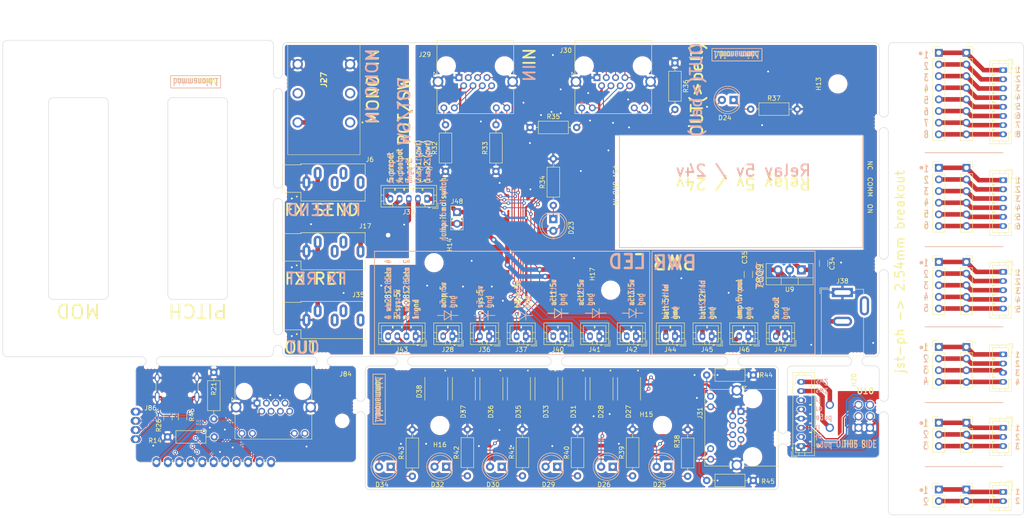
<source format=kicad_pcb>
(kicad_pcb (version 20211014) (generator pcbnew)
  (layers (0 "F.Cu" signal) (31 "B.Cu" signal) (34 "B.Paste" user) (35 "F.Paste" user) (36 "B.SilkS" user "B.Silkscreen") (37 "F.SilkS" user "F.Silkscreen") (38 "B.Mask" user) (39 "F.Mask" user) (44 "Edge.Cuts" user))
  (net 0 "")
  (net 1 "/bell/sys_5v")
  (net 2 "Net-(D27-Pad2)")
  (net 3 "/bell/gnd")
  (net 4 "/bell/ws2812_data")
  (net 5 "Net-(D28-Pad2)")
  (net 6 "Net-(D31-Pad2)")
  (net 7 "Net-(D33-Pad2)")
  (net 8 "Net-(D35-Pad2)")
  (net 9 "Net-(D36-Pad2)")
  (net 10 "Net-(D37-Pad2)")
  (net 14 "/cab/agnd")
  (net 15 "Net-(D23-Pad1)")
  (net 16 "/cab/sys_5v")
  (net 17 "Net-(D24-Pad1)")
  (net 18 "Net-(D25-Pad1)")
  (net 19 "/bell/amp_5v")
  (net 20 "Net-(D26-Pad1)")
  (net 21 "Net-(D29-Pad1)")
  (net 22 "/bell/led_act1_5v")
  (net 23 "Net-(D30-Pad1)")
  (net 24 "/bell/led_act2_5v")
  (net 25 "Net-(D32-Pad1)")
  (net 26 "/bell/led_act3_5v")
  (net 27 "Net-(D34-Pad1)")
  (net 28 "/bell/led_blink_5v")
  (net 29 "/cab/powerbank_5v")
  (net 30 "/cab/gnd")
  (net 31 "/cab/amp_5v")
  (net 32 "/cab/led_blink_5v")
  (net 33 "/cab/led_act1_5v")
  (net 34 "/cab/led_act2_5v")
  (net 35 "/cab/led_act3_5v")
  (net 36 "/cab/ws2812_data_a")
  (net 37 "/cab/ws2812_data_b")
  (net 38 "Net-(J29-Pad9)")
  (net 39 "Net-(J29-Pad11)")
  (net 40 "Net-(J30-Pad9)")
  (net 41 "Net-(J30-Pad11)")
  (net 42 "Net-(J31-Pad9)")
  (net 43 "Net-(J31-Pad11)")
  (net 45 "/cab/ain_prepot")
  (net 46 "/cab/ain_postpot")
  (net 47 "/cab/pot_sw1")
  (net 48 "/cab/pot_sw2")
  (net 49 "/cab/amp_9v")
  (net 50 "/cab/powerbank_12v+")
  (net 52 "/pot_breakout/agnd")
  (net 53 "/pot_breakout/aleft_post_pot")
  (net 54 "/pot_breakout/aleft_pre_pot")
  (net 55 "/pot_breakout/aright_post_pot")
  (net 56 "/pot_breakout/aright_pre_pot")
  (net 57 "/pot_breakout/pot_sw1")
  (net 58 "/pot_breakout/pot_sw2")
  (net 59 "Net-(J65-Pad1)")
  (net 60 "Net-(J65-Pad2)")
  (net 61 "Net-(J66-Pad1)")
  (net 62 "Net-(J66-Pad2)")
  (net 63 "Net-(J66-Pad3)")
  (net 64 "Net-(J67-Pad1)")
  (net 65 "Net-(J67-Pad2)")
  (net 66 "Net-(J67-Pad3)")
  (net 67 "Net-(J67-Pad4)")
  (net 68 "Net-(J74-Pad1)")
  (net 69 "Net-(J74-Pad2)")
  (net 70 "Net-(J74-Pad3)")
  (net 71 "Net-(J74-Pad4)")
  (net 72 "Net-(J74-Pad5)")
  (net 73 "Net-(J75-Pad1)")
  (net 74 "Net-(J75-Pad2)")
  (net 75 "Net-(J75-Pad3)")
  (net 76 "Net-(J75-Pad4)")
  (net 77 "Net-(J75-Pad5)")
  (net 78 "Net-(J75-Pad6)")
  (net 79 "Net-(J76-Pad1)")
  (net 80 "Net-(J76-Pad2)")
  (net 81 "Net-(J76-Pad3)")
  (net 82 "Net-(J76-Pad4)")
  (net 83 "Net-(J76-Pad5)")
  (net 84 "Net-(J76-Pad6)")
  (net 85 "Net-(J76-Pad7)")
  (net 86 "Net-(J76-Pad8)")
  (net 87 "/main_bottom_sub/gnd")
  (net 88 "/main_bottom_sub/sys_5v")
  (net 89 "/main_bottom_sub/ws2812_data_5v")
  (net 90 "/main_bottom_sub/led_blink_5v")
  (net 91 "/main_bottom_sub/led_act1_5v")
  (net 92 "/main_bottom_sub/led_act2_5v")
  (net 93 "/main_bottom_sub/led_act3_5v")
  (net 94 "/main_bottom_sub/amp_5v")
  (net 95 "/main_bottom_sub/led_rj45_yellow_5v_cathode")
  (net 96 "/main_bottom_sub/led_rj45_yellow_5v_anode")
  (net 97 "/main_bottom_sub/led_rj45_green_5v_cathode")
  (net 98 "/main_bottom_sub/led_rj45_green_5v_anode")
  (net 99 "/main_bottom_sub/usb_data_+")
  (net 100 "/main_bottom_sub/usb_data_-")
  (net 101 "/main_bottom_sub/usb_5v")
  (net 102 "Net-(J86-PadA5)")
  (net 103 "Net-(J86-PadB5)")
  (net 109 "/cab/ain_postfx")
  (footprint "Connector_JST:JST_PH_B2B-PH-K_1x02_P2.00mm_Vertical" (layer "F.Cu") (at 136.979855 107.308638 180)
    (fp_text reference "J28")
    (fp_text value "Conn_01x02")
  )
  (footprint "Connector_PinSocket_2.54mm:PinSocket_1x06_P2.54mm_Vertical" (layer "F.Cu") (at 249.004855 70.558638)
    (fp_text reference "J80" hide)
    (fp_text value "Conn_01x06")
  )
  (footprint "clarinoid2:mouse-bite-2mm-slot" (layer "F.Cu") (at 98.979855 108.258638 90)
    (fp_text reference "U28" hide)
    (fp_text value "mousebite2mm" hide)
  )
  (footprint "MountingHole:MountingHole_2.7mm_M2.5" (layer "F.Cu") (at 220.779855 116.858638 -90)
    (fp_text reference "H20")
    (fp_text value "MountingHole_Pad")
  )
  (footprint "Connector_JST:JST_PH_B2B-PH-K_1x02_P2.00mm_Vertical" (layer "F.Cu") (at 209.479855 107.308638 180)
    (fp_text reference "J47")
    (fp_text value "Conn_01x02")
  )
  (footprint "MountingHole:MountingHole_3.2mm_M3" (layer "F.Cu") (at 92.979855 53.258638 180)
    (fp_text reference "H29" hide)
    (fp_text value "MountingHole_M3")
  )
  (footprint "Connector_PinSocket_2.54mm:PinSocket_1x05_P2.54mm_Vertical" (layer "F.Cu") (at 248.979855 91.098638)
    (fp_text reference "J78" hide)
    (fp_text value "Conn_01x05")
  )
  (footprint "MountingHole:MountingHole_3.2mm_M3" (layer "F.Cu") (at 222.479855 66.258638 90)
    (fp_text reference "H35" hide)
    (fp_text value "MountingHole_M3")
  )
  (footprint "MountingHole:MountingHole_3.2mm_M3" (layer "F.Cu") (at 222.479855 85.258638 90)
    (fp_text reference "H36" hide)
    (fp_text value "MountingHole_M3")
  )
  (footprint "clarinoid2:mouse-bite-2mm-slot" (layer "F.Cu") (at 208.979855 129.758638 90)
    (fp_text reference "U36" hide)
    (fp_text value "mousebite2mm" hide)
  )
  (footprint "MountingHole:MountingHole_3.2mm_M3" (layer "F.Cu") (at 236.979855 66.258638 90)
    (fp_text reference "H22" hide)
    (fp_text value "MountingHole_Pad")
  )
  (footprint "MountingHole:MountingHole_3.2mm_M3" (layer "F.Cu") (at 92.979855 101.258638 180)
    (fp_text reference "H28" hide)
    (fp_text value "MountingHole_M3")
  )
  (footprint "clarinoid2:USB_C_Receptacle_XKB_U262-16XN-4BVC11" (layer "F.Cu") (at 76.979855 117.458638 180)
    (fp_text reference "J86")
    (fp_text value "XKB_U262-16XN-4BVC11 USB-C recept")
  )
  (footprint "MountingHole:MountingHole_3.2mm_M3" (layer "F.Cu") (at 44.979855 48.758638 180)
    (fp_text reference "H27" hide)
    (fp_text value "MountingHole_M3")
  )
  (footprint "Connector_PinHeader_2.54mm:PinHeader_1x03_P2.54mm_Vertical" (layer "F.Cu") (at 242.979855 126.178638)
    (fp_text reference "J70" hide)
    (fp_text value "Conn_01x03")
  )
  (footprint "clarinoid2:LED_D5.0mm_withbottomtext" (layer "F.Cu") (at 123.529855 135.758638 180)
    (fp_text reference "D34")
    (fp_text value "LED")
  )
  (footprint "clarinoid2:mouse-bite-2mm-slot" (layer "F.Cu") (at 98.979855 52.258638 90)
    (fp_text reference "U30" hide)
    (fp_text value "mousebite2mm" hide)
  )
  (footprint "Connector_JST:JST_PH_B2B-PH-K_1x02_P2.00mm_Vertical" (layer "F.Cu") (at 160.979855 107.308638 180)
    (fp_text reference "J40")
    (fp_text value "Conn_01x02")
  )
  (footprint "clarinoid2:mouse-bite-2mm-slot" (layer "F.Cu") (at 197.979855 112.758638)
    (fp_text reference "U39" hide)
    (fp_text value "mousebite2mm" hide)
  )
  (footprint "Resistor_THT:R_Axial_DIN0207_L6.3mm_D2.5mm_P10.16mm_Horizontal" (layer "F.Cu") (at 158.979855 78.758638 90)
    (fp_text reference "R34")
    (fp_text value "R")
  )
  (footprint "Connector_PinSocket_2.54mm:PinSocket_1x03_P2.54mm_Vertical" (layer "F.Cu") (at 249.004855 126.178638)
    (fp_text reference "J71" hide)
    (fp_text value "Conn_01x03")
  )
  (footprint "Connector_PinHeader_2.54mm:PinHeader_1x08_P2.54mm_Vertical" (layer "F.Cu") (at 242.979855 45.478638)
    (fp_text reference "J81" hide)
    (fp_text value "Conn_01x08")
  )
  (footprint "clarinoid2:LED_WS2812B-B Worldsemi" (layer "F.Cu") (at 169.479855 118.758638 -90)
    (fp_text reference "D28")
    (fp_text value "WS2812B")
  )
  (footprint "Resistor_SMD:R_1206_3216Metric" (layer "F.Cu") (at 74.999855 124.858638 90)
    (fp_text reference "R26")
    (fp_text value "5.1k")
  )
  (footprint "clarinoid2:NetTie-2_SMD_Pad1.0mm" (layer "F.Cu") (at 140.979855 82.718638)
    (fp_text reference "NT3" hide)
    (fp_text value "NetTie_2" hide)
  )
  (footprint "MountingHole:MountingHole_3.2mm_M3" (layer "F.Cu") (at 134.254855 126.758638 180)
    (fp_text reference "H16")
    (fp_text value "MountingHole")
  )
  (footprint "clarinoid2:LED_D5.0mm_withbottomtext" (layer "F.Cu") (at 135.629855 135.758638 180)
    (fp_text reference "D32")
    (fp_text value "LED")
  )
  (footprint "clarinoid2:mouse-bite-2mm-slot" (layer "F.Cu") (at 71.229855 112.758638)
    (fp_text reference "U32" hide)
    (fp_text value "mousebite2mm" hide)
  )
  (footprint "MountingHole:MountingHole_3.2mm_M3" (layer "F.Cu") (at 66.979855 101.258638 180)
    (fp_text reference "H31" hide)
    (fp_text value "MountingHole_M3")
  )
  (footprint "clarinoid2:LED_WS2812B-B Worldsemi" (layer "F.Cu") (at 133.479855 118.758638 -90)
    (fp_text reference "D38")
    (fp_text value "WS2812B")
  )
  (footprint "clarinoid2:mouse-bite-2mm-slot" (layer "F.Cu") (at 98.979855 76.258638 90)
    (fp_text reference "U26" hide)
    (fp_text value "mousebite2mm" hide)
  )
  (footprint "Connector_PinSocket_2.54mm:PinSocket_1x02_P2.54mm_Vertical" (layer "F.Cu") (at 248.979855 140.718638)
    (fp_text reference "J69" hide)
    (fp_text value "Conn_01x02")
  )
  (footprint "Resistor_THT:R_Axial_DIN0207_L6.3mm_D2.5mm_P10.16mm_Horizontal" (layer "F.Cu") (at 84.999855 115.178638 -90)
    (fp_text reference "R21")
    (fp_text value "R")
  )
  (footprint "Resistor_THT:R_Axial_DIN0207_L6.3mm_D2.5mm_P10.16mm_Horizontal" (layer "F.Cu") (at 140.254855 137.758638 90)
    (fp_text reference "R42")
    (fp_text value "R")
  )
  (footprint "Resistor_THT:R_Axial_DIN0207_L6.3mm_D2.5mm_P10.16mm_Horizontal" (layer "F.Cu") (at 128.254855 137.838638 90)
    (fp_text reference "R43")
    (fp_text value "R")
  )
  (footprint "Connector_RJ:RJ45_Amphenol_RJHSE538X" (layer "F.Cu") (at 168.479855 50.883638)
    (fp_text reference "J30")
    (fp_text value "RJ45_LED_Shielded")
  )
  (footprint "clarinoid2:LED_WS2812B-B Worldsemi" (layer "F.Cu") (at 163.479855 118.758638 -90)
    (fp_text reference "D31")
    (fp_text value "WS2812B")
  )
  (footprint "Resistor_THT:R_Axial_DIN0207_L6.3mm_D2.5mm_P10.16mm_Horizontal" (layer "F.Cu") (at 202.559855 115.758638 180)
    (fp_text reference "R44")
    (fp_text value "R")
  )
  (footprint "clarinoid2:mouse-bite-2mm-slot" (layer "F.Cu") (at 224.979855 112.758638)
    (fp_text reference "U29" hide)
    (fp_text value "mousebite2mm" hide)
  )
  (footprint "Connector_PinSocket_2.54mm:PinSocket_1x04_P2.54mm_Vertical" (layer "F.Cu") (at 248.979855 109.638638)
    (fp_text reference "J73" hide)
    (fp_text value "Conn_01x04")
  )
  (footprint "Resistor_THT:R_Axial_DIN0207_L6.3mm_D2.5mm_P10.16mm_Horizontal" (layer "F.Cu") (at 146.479855 71.338638 90)
    (fp_text reference "R33")
    (fp_text value "R")
  )
  (footprint "MountingHole:MountingHole_3.2mm_M3" (layer "F.Cu") (at 92.979855 65.758638 180)
    (fp_text reference "H26" hide)
    (fp_text value "MountingHole_M3")
  )
  (footprint "MountingHole:MountingHole_3.2mm_M3" (layer "F.Cu") (at 182.754855 126.758638 180)
    (fp_text reference "H15")
    (fp_text value "MountingHole_Pad")
  )
  (footprint "SamacSys_Parts:ACJSMHOM" (layer "F.Cu") (at 114.694855 60.658638 90)
    (fp_text reference "J27")
    (fp_text value "Amphenol ACJS-MHOM" hide)
  )
  (footprint "Connector_PinHeader_2.54mm:PinHeader_1x02_P2.54mm_Vertical" (layer "F.Cu") (at 242.979855 140.718638)
    (fp_text reference "J68" hide)
    (fp_text value "Conn_01x02")
  )
  (footprint "Capacitor_SMD:C_1206_3216Metric" (layer "F.Cu") (at 217.881352 91.422301 -90)
    (fp_text reference "C34")
    (fp_text value "0.33uF")
  )
  (footprint "clarinoid2:NetTie-2_SMD_Pad1.0mm" (layer "F.Cu") (at 140.979855 80.218638)
    (fp_text reference "NT2" hide)
    (fp_text value "NetTie_2" hide)
  )
  (footprint "Connector_JST:JST_PH_B4B-PH-K_1x04_P2.00mm_Vertical" (layer "F.Cu") (at 128.979855 107.308638 180)
    (fp_text reference "J43")
    (fp_text value "Conn_01x04")
  )
  (footprint "Connector_JST:JST_PH_B2B-PH-K_1x02_P2.00mm_Vertical" (layer "F.Cu") (at 176.979855 107.308638 180)
    (fp_text reference "J42")
    (fp_text value "Conn_01x02")
  )
  (footprint "bommanoid:bommanoid-mainbottom subboard castellated" (layer "F.Cu") (at 115.979855 113.758638)
    (fp_text reference "J85" hide)
    (fp_text value "Conn_01x15")
  )
  (footprint "Package_TO_SOT_THT:TO-220-3_Vertical" (layer "F.Cu") (at 213.019855 92.813638 180)
    (fp_text reference "U9")
    (fp_text value "LM7809_TO220")
  )
  (footprint "Connector_JST:JST_PH_B5B-PH-K_1x05_P2.00mm_Vertical" (layer "F.Cu") (at 131.479855 77.308638 180)
    (fp_text reference "J39")
    (fp_text value "Conn_01x03")
  )
  (footprint "clarinoid2:LED_WS2812B-B Worldsemi" (layer "F.Cu") (at 139.479855 118.758638 -90)
    (fp_text reference "D37")
    (fp_text value "WS2812B")
  )
  (footprint "MountingHole:MountingHole_3.2mm_M3" (layer "F.Cu") (at 171.479855 97.258638 90)
    (fp_text reference "H17")
    (fp_text value "MountingHole_Pad")
  )
  (footprint "Connector_RJ:RJ45_Amphenol_RJHSE538X" (layer "F.Cu") (at 94.419855 121.883638)
    (fp_text reference "J84")
    (fp_text value "RJ45_LED_Shielded")
  )
  (footprint "Resistor_THT:R_Axial_DIN0207_L6.3mm_D2.5mm_P10.16mm_Horizontal" (layer "F.Cu") (at 135.479855 71.338638 90)
    (fp_text reference "R32")
    (fp_text value "R")
  )
  (footprint "clarinoid2:mouse-bite-2mm-slot" (layer "F.Cu") (at 108.479855 112.758638)
    (fp_text reference "U31" hide)
    (fp_text value "mousebite2mm" hide)
  )
  (footprint "Connector_RJ:RJ45_Amphenol_RJHSE538X" (layer "F.Cu") (at 199.854855 123.698638 -90)
    (fp_text reference "J31")
    (fp_text value "RJ45_LED_Shielded")
  )
  (footprint "Resistor_SMD:R_1206_3216Metric" (layer "F.Cu") (at 78.199855 124.858638 90)
    (fp_text reference "R46")
    (fp_text value "5.1k")
  )
  (footprint "Connector_JST:JST_PH_B4B-PH-K_1x04_P2.00mm_Vertical" (layer "F.Cu") (at 256.979855 111.258638 -90)
    (fp_text reference "J67" hide)
    (fp_text value "Conn_01x04")
  )
  (footprint "Resistor_THT:R_Axial_DIN0207_L6.3mm_D2.5mm_P10.16mm_Horizontal" (layer "F.Cu") (at 74.919855 129.258638)
    (fp_text reference "R14")
    (fp_text value "R")
  )
  (footprint "clarinoid2:mouse-bite-2mm-slot" (layer "F.Cu") (at 159.479855 112.758638)
    (fp_text reference "U38" hide)
    (fp_text value "mousebite2mm" hide)
  )
  (footprint "clarinoid2:mouse-bite-2mm-slot" (layer "F.Cu") (at 230.979855 60.758638 90)
    (fp_text reference "U27" hide)
    (fp_text value "mousebite2mm" hide)
  )
  (footprint "Connector_BarrelJack:BarrelJack_GCT_DCJ200-10-A_Horizontal" (layer "F.Cu") (at 221.979855 97.758638)
    (fp_text reference "J38")
    (fp_text value "Barrel_Jack_MountingPin")
  )
  (footprint "Resistor_THT:R_Axial_DIN0207_L6.3mm_D2.5mm_P10.16mm_Horizontal" (layer "F.Cu") (at 152.254855 137.758638 90)
    (fp_text reference "R41")
    (fp_text value "R")
  )
  (footprint "MountingHole:MountingHole_3.2mm_M3" (layer "F.Cu") (at 178.479855 66.258638 90)
    (fp_text reference "H34" hide)
    (fp_text value "MountingHole_M3")
  )
  (footprint "clarinoid2:SWITCHCRAFT_35RAPC4BV4_OvalHoles" (layer "F.Cu") (at 108.979855 103.758638)
    (fp_text reference "J35")
    (fp_text value "AudioOut")
  )
  (footprint "MountingHole:MountingHole_3.2mm_M3" (layer "F.Cu") (at 236.979855 121.258638 90)
    (fp_text reference "H21" hide)
    (fp_text value "MountingHole_Pad")
  )
  (footprint "MountingHole:MountingHole_3.2mm_M3" (layer "F.Cu") (at 178.479855 85.258638 90)
    (fp_text reference "H33" hide)
    (fp_text value "MountingHole_M3")
  )
  (footprint "clarinoid2:mouse-bite-2mm-slot" (layer "F.Cu") (at 116.979855 122.758638 90)
    (fp_text reference "U33" hide)
    (fp_text value "mousebite2mm" hide)
  )
  (footprint "MountingHole:MountingHole_3.2mm_M3" (layer "F.Cu") (at 132.979855 91.258638 90)
    (fp_text reference "H14")
    (fp_text value "MountingHole_Pad")
  )
  (footprint "clarinoid2:LED_D5.0mm_withbottomtext" (layer "F.Cu") (at 147.729855 135.758638 180)
    (fp_text reference "D30")
    (fp_text value "LED")
  )
  (footprint "clarinoid2:bourns PTR902-2020K-A103" (layer "F.Cu") (at 232.979855 124.758638)
    (fp_text reference "U10")
    (fp_text value "pot_dual_switch" hide)
  )
  (footprint "Connector_JST:JST_PH_B2B-PH-K_1x02_P2.00mm_Vertical" (layer "F.Cu") (at 185.479855 107.308638 180)
    (fp_text reference "J44")
    (fp_text value "Conn_01x02")
  )
  (footprint "Connector_JST:JST_PH_B8B-PH-K_1x08_P2.00mm_Vertical" (layer "F.Cu") (at 212.979855 131.258638 90)
    (fp_text reference "J64" hide)
    (fp_text value "Conn_01x08")
  )
  (footprint "Connector_JST:JST_PH_B6B-PH-K_1x06_P2.00mm_Vertical" (layer "F.Cu") (at 256.979855 73.258638 -90)
    (fp_text reference "J75" hide)
    (fp_text value "Conn_01x06")
  )
  (footprint "Resistor_THT:R_Axial_DIN0207_L6.3mm_D2.5mm_P10.16mm_Horizontal" (layer "F.Cu") (at 201.979855 57.758638)
    (fp_text reference "R37")
    (fp_text value "R")
  )
  (footprint "Connector_PinSocket_2.54mm:PinSocket_1x08_P2.54mm_Vertical" (layer "F.Cu") (at 248.979855 45.478638)
    (fp_text reference "J82" hide)
    (fp_text value "Conn_01x08")
  )
  (footprint "Capacitor_SMD:C_1206_3216Metric" (layer "F.Cu") (at 201.481352 93.822301 -90)
    (fp_text reference "C35")
    (fp_text value "0.1uF")
  )
  (footprint "Resistor_THT:R_Axial_DIN0207_L6.3mm_D2.5mm_P10.16mm_Horizontal" (layer "F.Cu") (at 185.479855 47.678638 -90)
    (fp_text reference "R36")
    (fp_text value "R")
  )
  (footprint "Connector_JST:JST_PH_B2B-PH-K_1x02_P2.00mm_Vertical" (layer "F.Cu") (at 193.479855 107.308638 180)
    (fp_text reference "J45")
    (fp_text value "Conn_01x02")
  )
  (footprint "Connector_JST:JST_PH_B2B-PH-K_1x02_P2.00mm_Vertical" (layer "F.Cu") (at 256.979855 141.258638 -90)
    (fp_text reference "J65" hide)
    (fp_text value "Conn_01x02")
  )
  (footprint "clarinoid2:SWITCHCRAFT_35RAPC4BV4_OvalHoles" (layer "F.Cu") (at 108.979855 88.758638)
    (fp_text reference "J17")
    (fp_text value "AudioOut")
  )
  (footprint "clarinoid2:LED_D5.0mm_withbottomtext" (layer "F.Cu") (at 198.254855 55.758638 180)
    (fp_text reference "D24")
    (fp_text value "LED")
  )
  (footprint "Connector_JST:JST_PH_B3B-PH-K_1x03_P2.00mm_Vertical" (layer "F.Cu") (at 256.979855 127.258638 -90)
    (fp_text reference "J66" hide)
    (fp_text value "Conn_01x03")
  )
  (footprint "clarinoid2:LED_WS2812B-B Worldsemi" (layer "F.Cu") (at 157.479855 118.758638 -90)
    (fp_text reference "D33")
    (fp_text value "WS2812B")
  )
  (footprint "MountingHole:MountingHole_3.2mm_M3" (layer "F.Cu") (at 66.979855 53.258638 180)
    (fp_text reference "H32" hide)
    (fp_text value "MountingHole_M3")
  )
  (footprint "MountingHole:MountingHole_3.2mm_M3" (layer "F.Cu") (at 44.979855 105.758638 180)
    (fp_text reference "H25" hide)
    (fp_text value "MountingHole_M3")
  )
  (footprint "Resistor_THT:R_Axial_DIN0207_L6.3mm_D2.5mm_P10.16mm_Horizontal" (layer "F.Cu") (at 188.254855 137.838638 90)
    (fp_text reference "R38")
    (fp_text value "R")
  )
  (footprint "clarinoid2:LED_D5.0mm_withbottomtext" (layer "F.Cu") (at 171.929855 135.758638 180)
    (fp_text reference "D26")
    (fp_text value "LED")
  )
  (footprint "clarinoid2:LED_WS2812B-B Worldsemi" (layer "F.Cu") (at 175.479855 118.758638 -90)
    (fp_text reference "D27")
    (fp_text value "WS2812B")
  )
  (footprint "Resistor_THT:R_Axial_DIN0207_L6.3mm_D2.5mm_P10.16mm_Horizontal" (layer "F.Cu") (at 153.899855 61.758638)
    (fp_text reference "R35")
    (fp_text value "R")
  )
  (footprint "Connector_JST:JST_PH_B8B-PH-K_1x08_P2.00mm_Vertical" (layer "F.Cu") (at 256.979855 49.258638 -90)
    (fp_text reference "J76" hide)
    (fp_text value "Conn_01x08")
  )
  (footprint "clarinoid2:LED_WS2812B-B Worldsemi" (layer "F.Cu") (at 145.479855 118.758638 -90)
    (fp_text reference "D36")
    (fp_text value "WS2812B")
  )
  (footprint "Connector_PinHeader_2.54mm:PinHeader_1x04_P2.54mm_Vertical" (layer "F.Cu") (at 242.979855 109.638638)
    (fp_text reference "J72" hide)
    (fp_text value "Conn_01x04")
  )
  (footprint "Resistor_THT:R_Axial_DIN0207_L6.3mm_D2.5mm_P10.16mm_Horizontal" (layer "F.Cu") (at 164.254855 137.758638 90)
    (fp_text reference "R40")
    (fp_text value "R")
  )
  (footprint "Connector_PinHeader_2.54mm:PinHeader_1x06_P2.54mm_Vertical" (layer "F.Cu") (at 242.979855 70.558638)
    (fp_text reference "J79" hide)
    (fp_text value "Conn_01x06")
  )
  (footprint "clarinoid2:SWITCHCRAFT_35RAPC4BV4_OvalHoles" (layer "F.Cu") (at 108.979855 73.758638)
    (fp_text reference "J6")
    (fp_text value "AudioOut")
  )
  (footprint "MountingHole:MountingHole_3.2mm_M3" (layer "F.Cu") (at 220.979855 52.258638 90)
    (fp_text reference "H13")
    (fp_text value "MountingHole_Pad")
  )
  (footprint "Connector_PinHeader_2.54mm:PinHeader_1x05_P2.54mm_Vertical" (layer "F.Cu") (at 242.979855 91.098638)
    (fp_text reference "J77" hide)
    (fp_text value "Conn_01x05")
  )
  (footprint "Resistor_THT:R_Axial_DIN0207_L6.3mm_D2.5mm_P10.16mm_Horizontal" (layer "F.Cu") (at 202.559855 138.758638 180)
    (fp_text reference "R45")
    (fp_text value "R")
  )
  (footprint "clarinoid2:mouse-bite-2mm-slot" (layer "F.Cu") (at 230.979855 122.758638 90)
    (fp_text reference "U34" hide)
    (fp_text value "mousebite2mm" hide)
  )
  (footprint "Connector_JST:JST_PH_B2B-PH-K_1x02_P2.00mm_Vertical" (layer "F.Cu") (at 168.979855 107.308638 180)
    (fp_text reference "J41")
    (fp_text value "Conn_01x02")
  )
  (footprint "Connector_JST:JST_PH_B2B-PH-K_1x02_P2.00mm_Vertical" (layer "F.Cu") (at 152.979855 107.308638 180)
    (fp_text reference "J37")
    (fp_text value "Conn_01x02")
  )
  (footprint "clarinoid2:LED_WS2812B-B Worldsemi" (layer "F.Cu") (at 151.479855 118.758638 -90)
    (fp_text reference "D35")
    (fp_text value "WS2812B")
  )
  (footprint "Connector_JST:JST_PH_B2B-PH-K_1x02_P2.00mm_Vertical" (layer "F.Cu") (at 144.979855 107.308638 180)
    (fp_text reference "J36")
    (fp_text value "Conn_01x02")
  )
  (footprint "Connector_JST:JST_PH_B5B-PH-K_1x05_P2.00mm_Vertical" (layer "F.Cu") (at 256.979855 93.258638 -90)
    (fp_text reference "J74" hide)
    (fp_text value "Conn_01x05")
  )
  (footprint "Resistor_THT:R_Axial_DIN0207_L6.3mm_D2.5mm_P10.16mm_Horizontal" (layer "F.Cu") (at 176.254855 137.758638 90)
    (fp_text reference "R39")
    (fp_text value "R")
  )
  (footprint "clarinoid2:LED_D5.0mm_withbottomtext" (layer "F.Cu") (at 158.979855 81.758638 -90)
    (fp_text reference "D23")
    (fp_text value "LED")
  )
  (footprint "clarinoid2:LED_D5.0mm_withbottomtext" (layer "F.Cu") (at 184.029855 135.758638 180)
    (fp_text reference "D25")
    (fp_text value "LED")
  )
  (footprint "Connector_JST:JST_PH_B2B-PH-K_1x02_P2.00mm_Vertical" (layer "F.Cu") (at 201.479855 107.308638 180)
    (fp_text reference "J46")
    (fp_text value "Conn_01x02")
  )
  (footprint "Connector_PinHeader_2.54mm:PinHeader_1x02_P2.54mm_Vertical" (layer "F.Cu") (at 137.979855 80.218638)
    (fp_text reference "J48")
    (fp_text value "Conn_01x02")
  )
  (footprint "clarinoid2:mouse-bite-2mm-slot" (layer "F.Cu") (at 125.979855 112.758638)
    (fp_text reference "U37" hide)
    (fp_text value "mousebite2mm" hide)
  )
  (footprint "MountingHole:MountingHole_3.2mm_M3" (layer "F.Cu") (at 92.979855 89.258638 180)
    (fp_text reference "H30" hide)
    (fp_text value "MountingHole_M3")
  )
  (footprint "clarinoid2:LED_D5.0mm_withbottomtext" (layer "F.Cu") (at 159.829855 135.758638 180)
    (fp_text reference "D29")
    (fp_text value "LED")
  )
  (footprint "clarinoid2:mouse-bite-2mm-slot" (layer "F.Cu") (at 230.979855 91.758638 90)
    (fp_text reference "U35" hide)
    (fp_text value "mousebite2mm" hide)
  )
  (footprint "Connector_RJ:RJ45_Amphenol_RJHSE538X" (layer "F.Cu") (at 138.419855 50.883638)
    (fp_text reference "J29")
    (fp_text value "RJ45_LED_Shielded")
  )
  (gr_line (start 151.479855 103.758638) (end 151.479855 101.758638) (layer "B.SilkS") (width 0.15))
  (gr_line (start 141.729855 102.758638) (end 143.229855 102.758638) (layer "B.SilkS") (width 0.15))
  (gr_line (start 146.229855 102.758638) (end 144.729855 102.758638) (layer "B.SilkS") (width 0.15))
  (gr_line (start 170.479855 102.258638) (end 168.979855 102.258638) (layer "B.SilkS") (width 0.15))
  (gr_line (start 144.729855 101.758638) (end 144.729855 103.758638) (layer "B.SilkS") (width 0.15))
  (gr_line (start 239.979855 135.758638) (end 256.979855 135.758638) (layer "B.SilkS") (width 0.15))
  (gr_line (start 143.229855 103.758638) (end 143.229855 101.758638) (layer "B.SilkS") (width 0.15))
  (gr_circle (center 239.179855 91.258638) (end 239.179855 90.94241) (layer "B.SilkS") (width 0.15) (fill solid))
  (gr_line (start 152.979855 101.758638) (end 152.979855 103.758638) (layer "B.SilkS") (width 0.15))
  (gr_line (start 167.479855 103.258638) (end 168.979855 102.258638) (layer "B.SilkS") (width 0.15))
  (gr_line (start 159.229855 103.358638) (end 159.229855 101.358638) (layer "B.SilkS") (width 0.15))
  (gr_line (start 157.729855 102.358638) (end 159.229855 102.358638) (layer "B.SilkS") (width 0.15))
  (gr_circle (center 239.00759 45.628485) (end 239.00759 45.312257) (layer "B.SilkS") (width 0.15) (fill solid))
  (gr_line (start 152.979855 102.758638) (end 151.479855 101.758638) (layer "B.SilkS") (width 0.15))
  (gr_line (start 151.479855 103.758638) (end 152.979855 102.758638) (layer "B.SilkS") (width 0.15))
  (gr_line (start 135.179855 103.758638) (end 136.679855 102.758638) (layer "B.SilkS") (width 0.15))
  (gr_circle (center 239.179855 70.558638) (end 239.179855 70.24241) (layer "B.SilkS") (width 0.15) (fill solid))
  (gr_line (start 175.479855 103.258638) (end 176.979855 102.258638) (layer "B.SilkS") (width 0.15))
  (gr_line (start 162.229855 102.358638) (end 160.729855 102.358638) (layer "B.SilkS") (width 0.15))
  (gr_line (start 239.979855 87.758638) (end 256.979855 87.758638) (layer "B.SilkS") (width 0.15))
  (gr_circle (center 239.179855 109.758638) (end 239.179855 109.44241) (layer "B.SilkS") (width 0.15) (fill solid))
  (gr_circle (center 239.179855 140.858638) (end 239.179855 140.54241) (layer "B.SilkS") (width 0.15) (fill solid))
  (gr_line (start 144.729855 102.758638) (end 143.229855 101.758638) (layer "B.SilkS") (width 0.15))
  (gr_line (start 176.979855 101.258638) (end 176.979855 103.258638) (layer "B.SilkS") (width 0.15))
  (gr_line (start 167.479855 103.258638) (end 167.479855 101.258638) (layer "B.SilkS") (width 0.15))
  (gr_line (start 160.729855 101.358638) (end 160.729855 103.358638) (layer "B.SilkS") (width 0.15))
  (gr_line (start 165.979855 102.258638) (end 167.479855 102.258638) (layer "B.SilkS") (width 0.15))
  (gr_line (start 168.979855 102.258638) (end 167.479855 101.258638) (layer "B.SilkS") (width 0.15))
  (gr_circle (center 239.179855 126.258638) (end 239.179855 125.94241) (layer "B.SilkS") (width 0.15) (fill solid))
  (gr_line (start 136.679855 102.758638) (end 135.179855 101.758638) (layer "B.SilkS") (width 0.15))
  (gr_line (start 159.229855 103.358638) (end 160.729855 102.358638) (layer "B.SilkS") (width 0.15))
  (gr_line (start 175.479855 103.258638) (end 175.479855 101.258638) (layer "B.SilkS") (width 0.15))
  (gr_line (start 178.479855 102.258638) (end 176.979855 102.258638) (layer "B.SilkS") (width 0.15))
  (gr_line (start 160.729855 102.358638) (end 159.229855 101.358638) (layer "B.SilkS") (width 0.15))
  (gr_rect (start 119.654855 115.558638) (end 122.354855 126.458638) (layer "B.SilkS") (width 0.15) (fill none))
  (gr_line (start 149.979855 102.758638) (end 151.479855 102.758638) (layer "B.SilkS") (width 0.15))
  (gr_line (start 168.979855 101.258638) (end 168.979855 103.258638) (layer "B.SilkS") (width 0.15))
  (gr_rect (start 226.379855 87.978638) (end 173.379855 63.478638) (layer "B.SilkS") (width 0.15) (fill none))
  (gr_rect (start 215.979855 111.258638) (end 180.479855 88.758638) (layer "B.SilkS") (width 0.15) (fill none))
  (gr_line (start 173.979855 102.258638) (end 175.479855 102.258638) (layer "B.SilkS") (width 0.15))
  (gr_rect (start 204.429855 44.558638) (end 193.529855 47.258638) (layer "B.SilkS") (width 0.15) (fill none))
  (gr_line (start 143.229855 103.758638) (end 144.729855 102.758638) (layer "B.SilkS") (width 0.15))
  (gr_line (start 239.979855 121.758638) (end 256.979855 121.758638) (layer "B.SilkS") (width 0.15))
  (gr_line (start 138.179855 102.758638) (end 136.679855 102.758638) (layer "B.SilkS") (width 0.15))
  (gr_line (start 239.979855 67.258638) (end 256.979855 67.258638) (layer "B.SilkS") (width 0.15))
  (gr_line (start 133.679855 102.758638) (end 135.179855 102.758638) (layer "B.SilkS") (width 0.15))
  (gr_rect (start 179.979855 111.243638) (end 119.979855 88.743638) (layer "B.SilkS") (width 0.15) (fill none))
  (gr_line (start 136.679855 101.758638) (end 136.679855 103.758638) (layer "B.SilkS") (width 0.15))
  (gr_line (start 239.979855 105.258638) (end 256.979855 105.258638) (layer "B.SilkS") (width 0.15))
  (gr_line (start 154.479855 102.758638) (end 152.979855 102.758638) (layer "B.SilkS") (width 0.15))
  (gr_line (start 135.179855 103.758638) (end 135.179855 101.758638) (layer "B.SilkS") (width 0.15))
  (gr_line (start 176.979855 102.258638) (end 175.479855 101.258638) (layer "B.SilkS") (width 0.15))
  (gr_rect (start 86.479855 50.458638) (end 75.579855 53.158638) (layer "B.SilkS") (width 0.15) (fill none))
  (gr_line (start 143.229855 103.758638) (end 143.229855 101.758638) (layer "F.SilkS") (width 0.15))
  (gr_line (start 167.479855 102.258638) (end 165.979855 102.258638) (layer "F.SilkS") (width 0.15))
  (gr_line (start 152.979855 102.758638) (end 151.479855 101.758638) (layer "F.SilkS") (width 0.15))
  (gr_line (start 176.979855 101.258638) (end 176.979855 103.258638) (layer "F.SilkS") (width 0.15))
  (gr_rect (start 180.479855 111.258638) (end 215.979855 88.758638) (layer "F.SilkS") (width 0.15) (fill none))
  (gr_line (start 160.729855 102.258638) (end 162.229855 102.258638) (layer "F.SilkS") (width 0.15))
  (gr_line (start 168.979855 101.258638) (end 168.979855 103.258638) (layer "F.SilkS") (width 0.15))
  (gr_line (start 176.979855 102.258638) (end 178.479855 102.258638) (layer "F.SilkS") (width 0.15))
  (gr_circle (center 239.179855 91.158638) (end 239.179855 90.84241) (layer "F.SilkS") (width 0.15) (fill solid))
  (gr_line (start 152.979855 102.758638) (end 154.479855 102.758638) (layer "F.SilkS") (width 0.15))
  (gr_rect (start 173.379855 87.958638) (end 226.379855 63.458638) (layer "F.SilkS") (width 0.15) (fill none))
  (gr_line (start 176.979855 102.258638) (end 175.479855 101.258638) (layer "F.SilkS") (width 0.15))
  (gr_circle (center 239.00759 45.528485) (end 239.00759 45.212257) (layer "F.SilkS") (width 0.15) (fill solid))
  (gr_line (start 152.979855 101.758638) (end 152.979855 103.758638) (layer "F.SilkS") (width 0.15))
  (gr_circle (center 239.179855 140.758638) (end 239.179855 140.44241) (layer "F.SilkS") (width 0.15) (fill solid))
  (gr_line (start 239.979855 87.758638) (end 256.979855 87.758638) (layer "F.SilkS") (width 0.15))
  (gr_line (start 239.979855 67.258638) (end 256.979855 67.258638) (layer "F.SilkS") (width 0.15))
  (gr_line (start 168.979855 102.258638) (end 167.479855 101.258638) (layer "F.SilkS") (width 0.15))
  (gr_line (start 135.229855 103.758638) (end 135.229855 101.758638) (layer "F.SilkS") (width 0.15))
  (gr_line (start 159.229855 103.258638) (end 159.229855 101.258638) (layer "F.SilkS") (width 0.15))
  (gr_line (start 239.979855 121.758638) (end 256.979855 121.758638) (layer "F.SilkS") (width 0.15))
  (gr_line (start 239.979855 135.758638) (end 256.979855 135.758638) (layer "F.SilkS") (width 0.15))
  (gr_circle (center 239.179855 109.658638) (end 239.179855 109.34241) (layer "F.SilkS") (width 0.15) (fill solid))
  (gr_line (start 136.729855 102.758638) (end 135.229855 101.758638) (layer "F.SilkS") (width 0.15))
  (gr_line (start 144.729855 101.758638) (end 144.729855 103.758638) (layer "F.SilkS") (width 0.15))
  (gr_line (start 151.479855 103.758638) (end 151.479855 101.758638) (layer "F.SilkS") (width 0.15))
  (gr_line (start 160.729855 101.258638) (end 160.729855 103.258638) (layer "F.SilkS") (width 0.15))
  (gr_line (start 159.229855 103.258638) (end 160.729855 102.258638) (layer "F.SilkS") (width 0.15))
  (gr_circle (center 216.779855 131.258638) (end 216.779855 131.574866) (layer "F.SilkS") (width 0.15) (fill solid))
  (gr_line (start 167.479855 103.258638) (end 168.979855 102.258638) (layer "F.SilkS") (width 0.15))
  (gr_line (start 144.729855 102.758638) (end 143.229855 101.758638) (layer "F.SilkS") (width 0.15))
  (gr_line (start 239.979855 105.258638) (end 256.979855 105.258638) (layer "F.SilkS") (width 0.15))
  (gr_line (start 151.479855 102.758638) (end 149.979855 102.758638) (layer "F.SilkS") (width 0.15))
  (gr_line (start 160.729855 102.258638) (end 159.229855 101.258638) (layer "F.SilkS") (width 0.15))
  (gr_rect (start 119.979855 111.258638) (end 179.979855 88.758638) (layer "F.SilkS") (width 0.15) (fill none))
  (gr_circle (center 239.179855 70.458638) (end 239.179855 70.14241) (layer "F.SilkS") (width 0.15) (fill solid))
  (gr_circle (center 239.179855 126.158638) (end 239.179855 125.84241) (layer "F.SilkS") (width 0.15) (fill solid))
  (gr_line (start 175.479855 103.258638) (end 176.979855 102.258638) (layer "F.SilkS") (width 0.15))
  (gr_line (start 144.729855 102.758638) (end 146.229855 102.758638) (layer "F.SilkS") (width 0.15))
  (gr_line (start 136.729855 102.758638) (end 138.229855 102.758638) (layer "F.SilkS") (width 0.15))
  (gr_line (start 168.979855 102.258638) (end 170.479855 102.258638) (layer "F.SilkS") (width 0.15))
  (gr_line (start 143.229855 102.758638) (end 141.729855 102.758638) (layer "F.SilkS") (width 0.15))
  (gr_line (start 159.229855 102.258638) (end 157.729855 102.258638) (layer "F.SilkS") (width 0.15))
  (gr_line (start 135.229855 102.758638) (end 133.729855 102.758638) (layer "F.SilkS") (width 0.15))
  (gr_rect (start 204.429855 47.258638) (end 193.529855 44.558638) (layer "F.SilkS") (width 0.15) (fill none))
  (gr_line (start 175.479855 103.258638) (end 175.479855 101.258638) (layer "F.SilkS") (width 0.15))
  (gr_line (start 167.479855 103.258638) (end 167.479855 101.258638) (layer "F.SilkS") (width 0.15))
  (gr_line (start 143.229855 103.758638) (end 144.729855 102.758638) (layer "F.SilkS") (width 0.15))
  (gr_line (start 151.479855 103.758638) (end 152.979855 102.758638) (layer "F.SilkS") (width 0.15))
  (gr_line (start 175.479855 102.258638) (end 173.979855 102.258638) (layer "F.SilkS") (width 0.15))
  (gr_line (start 136.729855 101.758638) (end 136.729855 103.758638) (layer "F.SilkS") (width 0.15))
  (gr_rect (start 86.479855 53.158638) (end 75.579855 50.458638) (layer "F.SilkS") (width 0.15) (fill none))
  (gr_rect (start 122.354855 115.558638) (end 119.654855 126.458638) (layer "F.SilkS") (width 0.15) (fill none))
  (gr_line (start 135.229855 103.758638) (end 136.729855 102.758638) (layer "F.SilkS") (width 0.15))
  (gr_line (start 229.979855 89.508638) (end 229.979855 62.758638) (layer "Edge.Cuts") (width 0.1))
  (gr_arc (start 231.979855 120.508638) (mid 230.979855 121.508638) (end 229.979855 120.508638) (layer "Edge.Cuts") (width 0.1))
  (gr_line (start 161.729855 113.758638) (end 195.979855 113.758638) (layer "Edge.Cuts") (width 0.1))
  (gr_line (start 227.229855 113.758638) (end 228.979855 113.758638) (layer "Edge.Cuts") (width 0.1))
  (gr_line (start 110.729855 113.758638) (end 114.979924 113.758625) (layer "Edge.Cuts") (width 0.1))
  (gr_arc (start 229.979855 62.758638) (mid 230.979855 61.758638) (end 231.979855 62.758638) (layer "Edge.Cuts") (width 0.1))
  (gr_arc (start 118.979855 140.758638) (mid 118.27267 140.465796) (end 117.979855 139.758638) (layer "Edge.Cuts") (width 0.1))
  (gr_line (start 61.979855 56.258638) (end 61.979855 98.258638) (layer "Edge.Cuts") (width 0.1))
  (gr_line (start 86.979855 99.258638) (end 75.979855 99.258638) (layer "Edge.Cuts") (width 0.1))
  (gr_arc (start 106.479855 111.758638) (mid 107.479862 112.7586) (end 106.479855 113.758638) (layer "Edge.Cuts") (width 0.1))
  (gr_line (start 99.979855 44.258638) (end 99.979855 50.008638) (layer "Edge.Cuts") (width 0.1))
  (gr_arc (start 227.229855 113.758638) (mid 226.229862 112.7586) (end 227.229855 111.758638) (layer "Edge.Cuts") (width 0.1))
  (gr_line (start 96.979855 111.758638) (end 73.479855 111.758638) (layer "Edge.Cuts") (width 0.1))
  (gr_arc (start 39.979855 111.758638) (mid 39.272764 111.465731) (end 38.979855 110.758638) (layer "Edge.Cuts") (width 0.1))
  (gr_line (start 97.979855 43.758638) (end 97.979855 50.008638) (layer "Edge.Cuts") (width 0.1))
  (gr_arc (start 157.479855 111.758638) (mid 158.479862 112.7586) (end 157.479855 113.758638) (layer "Edge.Cuts") (width 0.1))
  (gr_arc (start 67.999855 114.758638) (mid 68.292703 114.051461) (end 68.999855 113.758638) (layer "Edge.Cuts") (width 0.1))
  (gr_line (start 100.979855 111.758638) (end 106.479855 111.758638) (layer "Edge.Cuts") (width 0.1))
  (gr_arc (start 97.979855 110.758638) (mid 97.686887 111.465646) (end 96.979855 111.758638) (layer "Edge.Cuts") (width 0.1))
  (gr_arc (start 261.479855 145.258638) (mid 261.186975 145.965734) (end 260.479855 146.258638) (layer "Edge.Cuts") (width 0.1))
  (gr_arc (start 231.979855 58.508638) (mid 230.979855 59.508638) (end 229.979855 58.508638) (layer "Edge.Cuts") (width 0.1))
  (gr_line (start 228.979855 133.758638) (end 210.979855 133.758638) (layer "Edge.Cuts") (width 0.1))
  (gr_arc (start 99.979855 106.008638) (mid 98.979855 107.008638) (end 97.979855 106.008638) (layer "Edge.Cuts") (width 0.1))
  (gr_arc (start 99.979855 44.258638) (mid 100.272797 43.551585) (end 100.979855 43.258638) (layer "Edge.Cuts") (width 0.1))
  (gr_line (start 260.479855 146.258638) (end 232.979855 146.258638) (layer "Edge.Cuts") (width 0.1))
  (gr_arc (start 209.979855 114.758638) (mid 210.272703 114.051461) (end 210.979855 113.758638) (layer "Edge.Cuts") (width 0.1))
  (gr_arc (start 97.979855 54.258638) (mid 98.979855 53.258638) (end 99.979855 54.258638) (layer "Edge.Cuts") (width 0.1))
  (gr_line (start 229.979855 58.508638) (end 229.979855 44.258638) (layer "Edge.Cuts") (width 0.1))
  (gr_line (start 68.999855 113.758638) (end 69.229855 113.758638) (layer "Edge.Cuts") (width 0.1))
  (gr_arc (start 74.979855 56.258638) (mid 75.272673 55.551432) (end 75.979855 55.258638) (layer "Edge.Cuts") (width 0.1))
  (gr_line (start 161.729855 111.758638) (end 195.979855 111.758638) (layer "Edge.Cuts") (width 0.1))
  (gr_arc (start 100.979855 111.758638) (mid 100.272705 111.46579) (end 99.979855 110.758638) (layer "Edge.Cuts") (width 0.1))
  (gr_line (start 74.979855 98.258638) (end 74.979855 56.258638) (layer "Edge.Cuts") (width 0.1))
  (gr_arc (start 231.979855 89.508638) (mid 230.979855 90.508638) (end 229.979855 89.508638) (layer "Edge.Cuts") (width 0.1))
  (gr_line (start 227.229855 111.758638) (end 228.979855 111.758638) (layer "Edge.Cuts") (width 0.1))
  (gr_line (start 75.979855 55.258638) (end 86.979855 55.258638) (layer "Edge.Cuts") (width 0.1))
  (gr_arc (start 229.979855 124.758638) (mid 230.979855 123.758638) (end 231.979855 124.758638) (layer "Edge.Cuts") (width 0.1))
  (gr_line (start 229.979855 110.758638) (end 229.979855 93.758638) (layer "Edge.Cuts") (width 0.1))
  (gr_arc (start 97.979855 78.258638) (mid 98.979855 77.258638) (end 99.979855 78.258638) (layer "Edge.Cuts") (width 0.1))
  (gr_line (start 99.979855 78.258638) (end 99.979855 106.008638) (layer "Edge.Cuts") (width 0.1))
  (gr_line (start 97.979855 110.258638) (end 97.979855 110.758638) (layer "Edge.Cuts") (width 0.1))
  (gr_arc (start 99.979855 74.008638) (mid 98.979855 75.008638) (end 97.979855 74.008638) (layer "Edge.Cuts") (width 0.1))
  (gr_arc (start 49.979855 99.258638) (mid 49.27267 98.965796) (end 48.979855 98.258638) (layer "Edge.Cuts") (width 0.1))
  (gr_line (start 69.229855 111.758638) (end 39.979855 111.758638) (layer "Edge.Cuts") (width 0.1))
  (gr_arc (start 38.979855 43.758638) (mid 39.272673 43.051432) (end 39.979855 42.758638) (layer "Edge.Cuts") (width 0.1))
  (gr_arc (start 207.979855 131.758638) (mid 208.979855 130.758638) (end 209.979855 131.758638) (layer "Edge.Cuts") (width 0.1))
  (gr_line (start 117.979855 120.508638) (end 117.979855 114.758638) (layer "Edge.Cuts") (width 0.1))
  (gr_line (start 118.979855 113.758638) (end 123.979855 113.758638) (layer "Edge.Cuts") (width 0.1))
  (gr_arc (start 228.979855 43.258638) (mid 229.686948 43.551547) (end 229.979855 44.258638) (layer "Edge.Cuts") (width 0.1))
  (gr_arc (start 260.479855 43.258638) (mid 261.186854 43.551612) (end 261.479855 44.258638) (layer "Edge.Cuts") (width 0.1))
  (gr_arc (start 117.979855 120.508638) (mid 116.979855 121.508638) (end 115.979855 120.508638) (layer "Edge.Cuts") (width 0.1))
  (gr_arc (start 200.229855 113.758638) (mid 199.229862 112.7586) (end 200.229855 111.758638) (layer "Edge.Cuts") (width 0.1))
  (gr_line (start 231.979855 58.508638) (end 231.979855 44.258638) (layer "Edge.Cuts") (width 0.1))
  (gr_arc (start 209.979855 127.508638) (mid 208.979855 128.508638) (end 207.979855 127.508638) (layer "Edge.Cuts") (width 0.1))
  (gr_line (start 232.979855 43.258638) (end 260.479855 43.258638) (layer "Edge.Cuts") (width 0.1))
  (gr_arc (start 110.729855 113.758638) (mid 109.729862 112.7586) (end 110.729855 111.758638) (layer "Edge.Cuts") (width 0.1))
  (gr_line (start 115.979855 124.758638) (end 115.97991 133.758776) (layer "Edge.Cuts") (width 0.1))
  (gr_arc (start 86.979855 55.258638) (mid 87.686884 55.551582) (end 87.979855 56.258638) (layer "Edge.Cuts") (width 0.1))
  (gr_arc (start 73.479855 113.758638) (mid 72.479862 112.7586) (end 73.479855 111.758638) (layer "Edge.Cuts") (width 0.1))
  (gr_line (start 97.979855 78.258638) (end 97.979855 106.008638) (layer "Edge.Cuts") (width 0.1))
  (gr_arc (start 117.979855 114.758638) (mid 118.272732 114.051491) (end 118.979855 113.758638) (layer "Edge.Cuts") (width 0.1))
  (gr_line (start 209.979855 127.508638) (end 209.979855 114.758638) (layer "Edge.Cuts") (width 0.1))
  (gr_arc (start 75.979855 99.258638) (mid 75.27267 98.965796) (end 74.979855 98.258638) (layer "Edge.Cuts") (width 0.1))
  (gr_line (start 114.97991 134.758776) (end 68.999855 134.758638) (layer "Edge.Cuts") (width 0.1))
  (gr_line (start 110.729855 111.758638) (end 123.979855 111.758638) (layer "Edge.Cuts") (width 0.1))
  (gr_arc (start 206.979855 113.758638) (mid 207.686884 114.051582) (end 207.979855 114.758638) (layer "Edge.Cuts") (width 0.1))
  (gr_arc (start 61.979855 98.258638) (mid 61.686887 98.965646) (end 60.979855 99.258638) (layer "Edge.Cuts") (width 0.1))
  (gr_arc (start 229.979855 132.758638) (mid 229.686916 133.465675) (end 228.979855 133.758638) (layer "Edge.Cuts") (width 0.1))
  (gr_arc (start 207.979855 139.758638) (mid 207.686946 140.465704) (end 206.979855 140.758638) (layer "Edge.Cuts") (width 0.1))
  (gr_arc (start 87.979855 98.258638) (mid 87.686887 98.965646) (end 86.979855 99.258638) (layer "Edge.Cuts") (width 0.1))
  (gr_line (start 99.979855 110.258638) (end 99.979855 110.758638) (layer "Edge.Cuts") (width 0.1))
  (gr_line (start 261.479855 44.258638) (end 261.479855 145.258638) (layer "Edge.Cuts") (width 0.1))
  (gr_line (start 60.979855 99.258638) (end 49.979855 99.258638) (layer "Edge.Cuts") (width 0.1))
  (gr_arc (start 69.229855 111.758638) (mid 70.229862 112.7586) (end 69.229855 113.758638) (layer "Edge.Cuts") (width 0.1))
  (gr_line (start 67.999855 133.758638) (end 67.999855 114.758638) (layer "Edge.Cuts") (width 0.1))
  (gr_line (start 200.229855 113.758638) (end 206.979855 113.758638) (layer "Edge.Cuts") (width 0.1))
  (gr_arc (start 114.979924 113.758625) (mid 115.686977 114.051558) (end 115.979924 114.758625) (layer "Edge.Cuts") (width 0.1))
  (gr_arc (start 60.979855 55.258638) (mid 61.686884 55.551582) (end 61.979855 56.258638) (layer "Edge.Cuts") (width 0.1))
  (gr_line (start 209.979855 132.758638) (end 209.979855 131.758638) (layer "Edge.Cuts") (width 0.1))
  (gr_line (start 38.979855 110.758638) (end 38.979855 43.758638) (layer "Edge.Cuts") (width 0.1))
  (gr_arc (start 128.229855 113.758638) (mid 127.229862 112.7586) (end 128.229855 111.758638) (layer "Edge.Cuts") (width 0.1))
  (gr_arc (start 229.979855 93.758638) (mid 230.979855 92.758638) (end 231.979855 93.758638) (layer "Edge.Cuts") (width 0.1))
  (gr_line (start 39.979855 42.758638) (end 96.979855 42.758638) (layer "Edge.Cuts") (width 0.1))
  (gr_line (start 231.979855 120.508638) (end 231.979855 93.758638) (layer "Edge.Cuts") (width 0.1))
  (gr_line (start 117.979855 139.758638) (end 117.979855 124.758638) (layer "Edge.Cuts") (width 0.1))
  (gr_arc (start 210.979855 133.758638) (mid 210.272729 133.465737) (end 209.979855 132.758638) (layer "Edge.Cuts") (width 0.1))
  (gr_arc (start 123.979855 111.758638) (mid 124.979862 112.7586) (end 123.979855 113.758638) (layer "Edge.Cuts") (width 0.1))
  (gr_arc (start 229.979855 110.758638) (mid 229.686922 111.46571) (end 228.979855 111.758638) (layer "Edge.Cuts") (width 0.1))
  (gr_line (start 231.979855 145.258638) (end 231.979855 124.758638) (layer "Edge.Cuts") (width 0.1))
  (gr_arc (start 96.979855 42.758638) (mid 97.686884 43.051582) (end 97.979855 43.758638) (layer "Edge.Cuts") (width 0.1))
  (gr_arc (start 99.979855 50.008638) (mid 98.979855 51.008638) (end 97.979855 50.008638) (layer "Edge.Cuts") (width 0.1))
  (gr_arc (start 231.979855 44.258638) (mid 232.272761 43.55152) (end 232.979855 43.258638) (layer "Edge.Cuts") (width 0.1))
  (gr_line (start 128.229855 111.758638) (end 157.479855 111.758638) (layer "Edge.Cuts") (width 0.1))
  (gr_line (start 49.979855 55.258638) (end 60.979855 55.258638) (layer "Edge.Cuts") (width 0.1))
  (gr_line (start 200.229855 111.758638) (end 222.979855 111.758638) (layer "Edge.Cuts") (width 0.1))
  (gr_arc (start 228.979855 113.758638) (mid 229.686942 114.051524) (end 229.979855 114.758638) (layer "Edge.Cuts") (width 0.1))
  (gr_line (start 48.979855 98.258638) (end 48.979855 56.258638) (layer "Edge.Cuts") (width 0.1))
  (gr_line (start 115.979924 114.758625) (end 115.979855 120.508638) (layer "Edge.Cuts") (width 0.1))
  (gr_line (start 228.979855 43.258638) (end 100.979855 43.258638) (layer "Edge.Cuts") (width 0.1))
  (gr_line (start 87.979855 56.258638) (end 87.979855 98.258638) (layer "Edge.Cuts") (width 0.1))
  (gr_arc (start 115.97991 133.758776) (mid 115.686967 134.465843) (end 114.97991 134.758776) (layer "Edge.Cuts") (width 0.1))
  (gr_line (start 97.979855 54.258638) (end 97.979855 74.008638) (layer "Edge.Cuts") (width 0.1))
  (gr_line (start 207.979855 131.758638) (end 207.979855 139.758638) (layer "Edge.Cuts") (width 0.1))
  (gr_arc (start 97.979855 110.258638) (mid 98.979855 109.258638) (end 99.979855 110.258638) (layer "Edge.Cuts") (width 0.1))
  (gr_line (start 73.479855 113.758638) (end 106.479855 113.758638) (layer "Edge.Cuts") (width 0.1))
  (gr_line (start 231.979855 89.508638) (end 231.979855 62.758638) (layer "Edge.Cuts") (width 0.1))
  (gr_arc (start 232.979855 146.258638) (mid 232.272641 145.965825) (end 231.979855 145.258638) (layer "Edge.Cuts") (width 0.1))
  (gr_line (start 210.979855 113.758638) (end 222.979855 113.758638) (layer "Edge.Cuts") (width 0.1))
  (gr_arc (start 115.979855 124.758638) (mid 116.979855 123.758638) (end 117.979855 124.758638) (layer "Edge.Cuts") (width 0.1))
  (gr_line (start 207.979855 114.758638) (end 207.979855 127.508638) (layer "Edge.Cuts") (width 0.1))
  (gr_arc (start 161.729855 113.758638) (mid 160.729862 112.7586) (end 161.729855 111.758638) (layer "Edge.Cuts") (width 0.1))
  (gr_line (start 229.979855 124.758638) (end 229.979855 132.758638) (layer "Edge.Cuts") (width 0.1))
  (gr_line (start 128.229855 113.758638) (end 157.479855 113.758638) (layer "Edge.Cuts") (width 0.1))
  (gr_arc (start 48.979855 56.258638) (mid 49.272673 55.551432) (end 49.979855 55.258638) (layer "Edge.Cuts") (width 0.1))
  (gr_arc (start 222.979855 111.758638) (mid 223.979862 112.7586) (end 222.979855 113.758638) (layer "Edge.Cuts") (width 0.1))
  (gr_arc (start 68.999855 134.758638) (mid 68.29267 134.465796) (end 67.999855 133.758638) (layer "Edge.Cuts") (width 0.1))
  (gr_arc (start 195.979855 111.758638) (mid 196.979862 112.7586) (end 195.979855 113.758638) (layer "Edge.Cuts") (width 0.1))
  (gr_line (start 206.979855 140.758638) (end 118.979855 140.758638) (layer "Edge.Cuts") (width 0.1))
  (gr_line (start 229.979855 114.758638) (end 229.979855 120.508638) (layer "Edge.Cuts") (width 0.1))
  (gr_line (start 99.979855 54.258638) (end 99.979855 74.008638) (layer "Edge.Cuts") (width 0.1))
  (gr_text "POT/SW" (at 126.479855 58.258638 90) (layer "B.SilkS") (effects (font (size 2.5 2.5) (thickness 0.4)) (justify mirror)))
  (gr_text "blink 5v\ngnd" (at 152.229855 101.358638 90) (layer "B.SilkS") (effects (font (size 1.245 1) (thickness 0.2)) (justify right mirror)))
  (gr_text "amp 5v out\ngnd" (at 200.479855 103.658638 90) (layer "B.SilkS") (effects (font (size 1.245 1) (thickness 0.2)) (justify right mirror)))
  (gr_text "1\n2" (at 259.543927 142.229982) (layer "B.SilkS") (effects (font (size 1.245 1) (thickness 0.2)) (justify right mirror)))
  (gr_text "FX RET" (at 107.479855 94.758638) (layer "B.SilkS") (effects (font (size 2.5 2.5) (thickness 0.4)) (justify mirror)))
  (gr_text "FX SEND" (at 108.979855 79.758638) (layer "B.SilkS") (effects (font (size 2.5 2.5) (thickness 0.4)) (justify mirror)))
  (gr_text "jump if no switch" (at 134.979855 72.958638 90) (layer "B.SilkS") (effects (font (size 1.245 1) (thickness 0.2)) (justify left mirror)))
  (gr_text "1\n2\n3\n4\n5\n6" (at 239.671662 76.929982) (layer "B.SilkS") (effects (font (size 1.54 1) (thickness 0.2)) (justify right mirror)))
  (gr_text "act3 5v\ngnd" (at 176.979855 100.758638 90) (layer "B.SilkS") (effects (font (size 1.245 1) (thickness 0.2)) (justify right mirror)))
  (gr_text "PWR" (at 190.479855 91.258638) (layer "B.SilkS") (effects (font (size 3 3) (thickness 0.5)) (justify left mirror)))
  (gr_text "1\n2\n3\n4" (at 259.543927 114.329982) (layer "B.SilkS") (effects (font (size 1.245 1) (thickness 0.2)) (justify right mirror)))
  (gr_text "LED" (at 179.479855 91.058638) (layer "B.SilkS") (effects (font (size 3 3) (thickness 0.5)) (justify left mirror)))
  (gr_text "agnd\nlo\nli\nagnd\nro\nri\nsw1\nsw2" (at 215.979855 124.258638 180) (layer "B.SilkS") (effects (font (size 1.245 1) (thickness 0.2)) (justify left mirror)))
  (gr_text "Relay 5v / 24v" (at 200.379855 71.178638) (layer "B.SilkS") (effects (font (size 2.5 2.5) (thickness 0.4)) (justify mirror)))
  (gr_text "1\n2\n3" (at 239.471662 128.729982) (layer "B.SilkS") (effects (font (size 1.54 1) (thickness 0.2)) (justify right mirror)))
  (gr_text "1\n2\n3\n4\n5\n6\n7\n8" (at 239.643927 54.599829) (layer "B.SilkS") (effects (font (size 1.54 1) (thickness 0.2)) (justify right mirror)))
  (gr_text "1\n2\n3\n4" (at 239.471662 113.429982) (layer "B.SilkS") (effects (font (size 1.54 1) (thickness 0.2)) (justify right mirror)))
  (gr_text "1\n2\n3" (at 259.543927 129.329982) (layer "B.SilkS") (effects (font (size 1.245 1) (thickness 0.2)) (justify right mirror)))
  (gr_text "9v out\ngnd" (at 208.479855 103.758638 90) (layer "B.SilkS") (effects (font (size 1.245 1) (thickness 0.2)) (justify right mirror)))
  (gr_text "IN" (at 153.779855 49.878638 90) (layer "B.SilkS") (effects (font (size 2.5 2.5) (thickness 0.4)) (justify mirror)))
  (gr_text "OUT" (at 104.479855 109.758638) (layer "B.SilkS") (effects (font (size 2.5 2.5) (thickness 0.4)) (justify mirror)))
  (gr_text "1\n2\n3\n4\n5" (at 239.571662 96.229982) (layer "B.SilkS") (effects (font (size 1.54 1) (thickness 0.2)) (justify right mirror)))
  (gr_text "1\n2\n3\n4\n5" (at 259.716192 97.429982) (layer "B.SilkS") (effects (font (size 1.245 1) (thickness 0.2)) (justify right mirror)))
  (gr_text "act1 5v\ngnd" (at 159.979855 100.758638 90) (layer "B.SilkS") (effects (font (size 1.245 1) (thickness 0.2)) (justify right mirror)))
  (gr_text "bommanoid.1" (at 193.929855 45.858638 180) (layer "B.SilkS") (effects (font (size 1.54 1) (thickness 0.2)) (justify left mirror)))
  (gr_text "1\n2\n3\n4\n5\n6\n7\n8" (at 259.716192 56.229982) (layer "B.SilkS") (effects (font (size 1.245 1) (thickness 0.2)) (justify right mirror)))
  (gr_text "amp 5v\ngnd" (at 135.979855 101.258638 90) (layer "B.SilkS") (effects (font (size 1.245 1) (thickness 0.2)) (justify right mirror)))
  (gr_text "7809" (at 204.079855 93.858638 90) (layer "B.SilkS") (effects (font (size 1.5 1.5) (thickness 0.2)) (justify mirror)))
  (gr_text "batt 12v in\ngnd" (at 192.379855 103.658638 90) (layer "B.SilkS") (effects (font (size 1.245 1) (thickness 0.2)) (justify right mirror)))
  (gr_text "sys 5v\ngnd" (at 143.979855 101.258638 90) (layer "B.SilkS") (effects (font (size 1.245 1) (thickness 0.2)) (justify right mirror)))
  (gr_text "MONO IN" (at 119.479855 52.758638 90) (layer "B.SilkS") (effects (font (size 2.5 2.5) (thickness 0.4)) (justify mirror)))
  (gr_text "1\n2" (at 239.471662 142.129982) (layer "B.SilkS") (effects (font (size 1.54 1) (thickness 0.2)) (justify right mirror)))
  (gr_text "4 ws2812 data b\n3 sys 5v\n2 ws2812 data a\n1 gnd" (at 125.979855 103.758638 90) (layer "B.SilkS") (effects (font (size 1.245 1) (thickness 0.2)) (justify right mirror)))
  (gr_text "1\n2\n3\n4\n5\n6" (at 259.716192 78.329982) (layer "B.SilkS") (effects (font (size 1.245 1) (thickness 0.2)) (justify right mirror)))
  (gr_text "bommanoid.1" (at 75.979855 51.758638 180) (layer "B.SilkS") (effects (font (size 1.54 1) (thickness 0.2)) (justify left mirror)))
  (gr_text "bommanoid.1" (at 120.954855 126.058638 270) (layer "B.SilkS") (effects (font (size 1.54 1) (thickness 0.2)) (justify left mirror)))
  (gr_text "5 prepot\n4 postpot\n3 agnd\n2 sw1 (pwr)\n1 sw2 (pwr)" (at 127.579855 74.108638 90) (layer "B.SilkS") (effects (font (size 1.245 1) (thickness 0.2)) (justify right mirror)))
  (gr_text "OUT(>bell)" (at 190.079855 53.578638 90) (layer "B.SilkS") (effects (font (size 2.5 2.5) (thickness 0.4)) (justify mirror)))
  (gr_text "batt 5v in\ngnd" (at 184.379855 103.558638 90) (layer "B.SilkS") (effects (font (size 1.245 1) (thickness 0.2)) (justify right mirror)))
  (gr_text "act2 5v\ngnd" (at 165.979855 100.758638 90) (layer "B.SilkS") (effects (font (size 1.245 1) (thickness 0.2)) (justify right mirror)))
  (gr_text "OTHER SIDE" (at 229.579855 130.658638 180) (layer "B.SilkS") (effects (font (size 1.54 1) (thickness 0.2)) (justify right mirror)))
  (gr_text "MONO IN" (at 119.679855 52.838638 90) (layer "F.SilkS") (effects (font (size 2.5 2.5) (thickness 0.4))))
  (gr_text "bommanoid.1" (at 85.979855 51.758638 180) (layer "F.SilkS") (effects (font (size 1.54 1) (thickness 0.2)) (justify left)))
  (gr_text "1\n2\n3\n4" (at 240.979855 113.458638) (layer "F.SilkS") (effects (font (size 1.54 1) (thickness 0.2)) (justify right)))
  (gr_text "MOD" (at 55.479855 101.758638 180) (layer "F.SilkS") (effects (font (size 3 3) (thickness 0.4))))
  (gr_text "1\n2\n3\n4\n5\n6\n7\n8" (at 260.479855 56.258638) (layer "F.SilkS") (effects (font (size 1.245 1) (thickness 0.2)) (justify right)))
  (gr_text "FX SEND" (at 108.479855 79.758638) (layer "F.SilkS") (effects (font (size 2.5 2.5) (thickness 0.4))))
  (gr_text "FX RET" (at 106.979855 94.758638) (layer "F.SilkS") (effects (font (size 2.5 2.5) (thickness 0.4))))
  (gr_text "sys 5v\ngnd" (at 143.979855 101.258638 90) (layer "F.SilkS") (effects (font (size 1.245 1) (thickness 0.2)) (justify left)))
  (gr_text "amp 5v out\ngnd" (at 200.479855 103.758638 90) (layer "F.SilkS") (effects (font (size 1.245 1) (thickness 0.2)) (justify left)))
  (gr_text "act2 5v\ngnd" (at 165.979855 100.758638 90) (layer "F.SilkS") (effects (font (size 1.245 1) (thickness 0.2)) (justify left)))
  (gr_text "1\n2\n3\n4\n5\n6\n7\n8" (at 240.80759 54.628485) (layer "F.SilkS") (effects (font (size 1.54 1) (thickness 0.2)) (justify right)))
  (gr_text "batt 12v in\ngnd" (at 192.479855 103.758638 90) (layer "F.SilkS") (effects (font (size 1.245 1) (thickness 0.2)) (justify left)))
  (gr_text "+5v GND IN" (at 172.479855 74.258638 270) (layer "F.SilkS") (effects (font (size 1 1))))
  (gr_text "bommanoid.1" (at 120.954855 116.058638 270) (layer "F.SilkS") (effects (font (size 1.54 1) (thickness 0.2)) (justify left)))
  (gr_text "THIS SIDE" (at 229.579855 130.858638) (layer "F.SilkS") (effects (font (size 1.54 1) (thickness 0.2)) (justify right)))
  (gr_text "1\n2\n3\n4\n5" (at 260.479855 97.458638) (layer "F.SilkS") (effects (font (size 1.245 1) (thickness 0.2)) (justify right)))
  (gr_text "jst-ph -> 2.54mm breakout" (at 234.479855 93.258638 90) (layer "F.SilkS") (effects (font (size 2 2) (thickness 0.3))))
  (gr_text "9v out\ngnd" (at 208.479855 103.758638 90) (layer "F.SilkS") (effects (font (size 1.245 1) (thickness 0.2)) (justify left)))
  (gr_text "bommanoid.1" (at 203.929855 45.858638 180) (layer "F.SilkS") (effects (font (size 1.54 1) (thickness 0.2)) (justify left)))
  (gr_text "1\n2" (at 240.979855 142.158638) (layer "F.SilkS") (effects (font (size 1.54 1) (thickness 0.2)) (justify right)))
  (gr_text "PWR" (at 190.479855 91.058638 180) (layer "F.SilkS") (effects (font (size 3 3) (thickness 0.5)) (justify left)))
  (gr_text "amp 5v\ngnd" (at 135.979855 101.258638 90) (layer "F.SilkS") (effects (font (size 1.245 1) (thickness 0.2)) (justify left)))
  (gr_text "OUT" (at 103.979855 109.758638) (layer "F.SilkS") (effects (font (size 2.5 2.5) (thickness 0.4))))
  (gr_text "1\n2\n3\n4\n5\n6" (at 260.479855 78.358638) (layer "F.SilkS") (effects (font (size 1.245 1) (thickness 0.2)) (justify right)))
  (gr_text "1\n2" (at 260.65212 142.258638) (layer "F.SilkS") (effects (font (size 1.245 1) (thickness 0.2)) (justify right)))
  (gr_text "NC  COMM  ON" (at 227.979855 74.758638 270) (layer "F.SilkS") (effects (font (size 1 1))))
  (gr_text "1\n2\n3" (at 260.65212 129.358638) (layer "F.SilkS") (effects (font (size 1.245 1) (thickness 0.2)) (justify right)))
  (gr_text "1\n2\n3\n4\n5\n6" (at 240.779855 76.958638) (layer "F.SilkS") (effects (font (size 1.54 1) (thickness 0.2)) (justify right)))
  (gr_text "blink 5v\ngnd" (at 152.229855 101.258638 90) (layer "F.SilkS") (effects (font (size 1.245 1) (thickness 0.2)) (justify left)))
  (gr_text "5 prepot\n4 postpot\n3 agnd\n2 sw1 (pwr)\n1 sw2 (pwr)" (at 127.479855 73.808638 90) (layer "F.SilkS") (effects (font (size 1.245 1) (thickness 0.2)) (justify left)))
  (gr_text "IN" (at 153.779855 46.358638 90) (layer "F.SilkS") (effects (font (size 2.5 2.5) (thickness 0.4))))
  (gr_text "act1 5v\ngnd" (at 159.979855 100.758638 90) (layer "F.SilkS") (effects (font (size 1.245 1) (thickness 0.2)) (justify left)))
  (gr_text "4 ws2812 data b\n3 sys 5v\n2 ws2812 data a\n1 gnd" (at 125.979855 103.758638 90) (layer "F.SilkS") (effects (font (size 1.245 1) (thickness 0.2)) (justify left)))
  (gr_text "act3 5v\ngnd" (at 176.979855 100.758638 90) (layer "F.SilkS") (effects (font (size 1.245 1) (thickness 0.2)) (justify left)))
  (gr_text "1\n2\n3" (at 240.979855 128.758638) (layer "F.SilkS") (effects (font (size 1.54 1) (thickness 0.2)) (justify right)))
  (gr_text "7809" (at 203.979855 94.258638 90) (layer "F.SilkS") (effects (font (size 1.5 1.5) (thickness 0.2))))
  (gr_text "LED" (at 179.479855 90.758638 180) (layer "F.SilkS") (effects (font (size 3 3) (thickness 0.5)) (justify left)))
  (gr_text "1\n2\n3\n4" (at 260.65212 114.358638) (layer "F.SilkS") (effects (font (size 1.245 1) (thickness 0.2)) (justify right)))
  (gr_text "batt 5v in\ngnd" (at 184.479855 103.758638 90) (layer "F.SilkS") (effects (font (size 1.245 1) (thickness 0.2)) (justify left)))
  (gr_text "Relay 5v / 24v" (at 200.379855 73.958638 180) (layer "F.SilkS") (effects (font (size 2.5 2.5) (thickness 0.4))))
  (gr_text "jump if no switch" (at 134.979855 86.258638 90) (layer "F.SilkS") (effects (font (size 1.245 1) (thickness 0.2)) (justify left)))
  (gr_text "POT/SW" (at 126.479855 58.258638 90) (layer "F.SilkS") (effects (font (size 2.5 2.5) (thickness 0.4))))
  (gr_text "OUT(>bell)" (at 190.279855 53.458638 90) (layer "F.SilkS") (effects (font (size 2.5 2.5) (thickness 0.4))))
  (gr_text "1\n2\n3\n4\n5" (at 240.879855 96.258638) (layer "F.SilkS") (effects (font (size 1.54 1) (thickness 0.2)) (justify right)))
  (gr_text "PITCH" (at 81.479855 101.758638 180) (layer "F.SilkS") (effects (font (size 3 3) (thickness 0.4))))
  (segment (start 171.079855 116.308638) (end 169.879855 115.108638) (width 0.5) (layer "F.Cu") (net 1))
  (segment (start 165.079855 116.308638) (end 163.879855 115.108638) (width 0.5) (layer "F.Cu") (net 1))
  (segment (start 142.279855 115.108638) (end 141.079855 116.308638) (width 0.5) (layer "F.Cu") (net 1))
  (segment (start 139.879855 115.108638) (end 136.279855 115.108638) (width 0.5) (layer "F.Cu") (net 1))
  (segment (start 171.079855 116.308638) (end 169.654855 117.733638) (width 0.2) (layer "F.Cu") (net 1))
  (segment (start 148.279855 115.108638) (end 147.079855 116.308638) (width 0.5) (layer "F.Cu") (net 1))
  (segment (start 169.654855 117.733638) (end 169.654855 129.058638) (width 0.2) (layer "F.Cu") (net 1))
  (segment (start 177.079855 116.308638) (end 175.879855 115.108638) (width 0.5) (layer "F.Cu") (net 1))
  (segment (start 192.527244 117.808139) (end 178.329356 117.808139) (width 0.5) (layer "F.Cu") (net 1))
  (segment (start 198.074855 123.35575) (end 192.527244 117.808139) (width 0.5) (layer "F.Cu") (net 1))
  (segment (start 159.079855 116.308638) (end 157.879855 115.108638) (width 0.5) (layer "F.Cu") (net 1))
  (segment (start 160.279855 115.108638) (end 159.079855 116.308638) (width 0.5) (layer "F.Cu") (net 1))
  (segment (start 145.879855 115.108638) (end 142.279855 115.108638) (width 0.5) (layer "F.Cu") (net 1))
  (segment (start 157.879855 115.108638) (end 154.279855 115.108638) (width 0.5) (layer "F.Cu") (net 1))
  (segment (start 163.879855 115.108638) (end 160.279855 115.108638) (width 0.5) (layer "F.Cu") (net 1))
  (segment (start 141.079855 116.308638) (end 139.879855 115.108638) (width 0.5) (layer "F.Cu") (net 1))
  (segment (start 172.279855 115.108638) (end 171.079855 116.308638) (width 0.5) (layer "F.Cu") (net 1))
  (segment (start 178.329356 117.808139) (end 177.079855 116.558638) (width 0.5) (layer "F.Cu") (net 1))
  (segment (start 169.879855 115.108638) (end 166.279855 115.108638) (width 0.5) (layer "F.Cu") (net 1))
  (segment (start 136.279855 115.108638) (end 135.079855 116.308638) (width 0.5) (layer "F.Cu") (net 1))
  (segment (start 198.074855 124.714638) (end 198.074855 123.35575) (width 0.5) (layer "F.Cu") (net 1))
  (segment (start 166.279855 115.108638) (end 165.079855 116.308638) (width 0.5) (layer "F.Cu") (net 1))
  (segment (start 175.879855 115.108638) (end 172.279855 115.108638) (width 0.5) (layer "F.Cu") (net 1))
  (segment (start 154.279855 115.108638) (end 153.079855 116.308638) (width 0.5) (layer "F.Cu") (net 1))
  (segment (start 153.079855 116.308638) (end 151.879855 115.108638) (width 0.5) (layer "F.Cu") (net 1))
  (segment (start 147.079855 116.308638) (end 145.879855 115.108638) (width 0.5) (layer "F.Cu") (net 1))
  (segment (start 151.879855 115.108638) (end 148.279855 115.108638) (width 0.5) (layer "F.Cu") (net 1))
  (via (at 169.654855 129.058638) (size 0.8) (drill 0.4) (layers "F.Cu" "B.Cu") (net 1))
  (segment (start 169.389855 129.323638) (end 169.654855 129.058638) (width 0.2) (layer "B.Cu") (net 1))
  (segment (start 169.389855 135.758638) (end 169.389855 129.323638) (width 0.2) (layer "B.Cu") (net 1))
  (segment (start 171.079855 121.208638) (end 171.079855 119.108638) (width 0.5) (layer "F.Cu") (net 2))
  (segment (start 171.079855 119.108638) (end 173.879855 116.308638) (width 0.5) (layer "F.Cu") (net 2))
  (via (at 190.254855 120.758638) (size 0.8) (drill 0.4) (layers "F.Cu" "B.Cu") (net 3))
  (via (at 142.754855 131.258638) (size 0.8) (drill 0.4) (layers "F.Cu" "B.Cu") (net 3))
  (via (at 173.254855 130.758638) (size 0.8) (drill 0.4) (layers "F.Cu" "B.Cu") (net 3))
  (via (at 147.254855 127.758638) (size 0.8) (drill 0.4) (layers "F.Cu" "B.Cu") (net 3))
  (via (at 125.754855 130.758638) (size 0.8) (drill 0.4) (layers "F.Cu" "B.Cu") (net 3))
  (via (at 194.754855 138.758638) (size 0.8) (drill 0.4) (layers "F.Cu" "B.Cu") (net 3))
  (via (at 167.754855 124.758638) (size 0.8) (drill 0.4) (layers "F.Cu" "B.Cu") (net 3))
  (via (at 194.754855 115.758638) (size 0.8) (drill 0.4) (layers "F.Cu" "B.Cu") (net 3))
  (via (at 171.254855 124.258638) (size 0.8) (drill 0.4) (layers "F.Cu" "B.Cu") (net 3))
  (via (at 149.754855 131.258638) (size 0.8) (drill 0.4) (layers "F.Cu" "B.Cu") (net 3))
  (via (at 139.254855 123.758638) (size 0.8) (drill 0.4) (layers "F.Cu" "B.Cu") (net 3))
  (via (at 189.754855 115.758638) (size 0.8) (drill 0.4) (layers "F.Cu" "B.Cu") (net 3))
  (via (at 131.254855 130.758638) (size 0.8) (drill 0.4) (layers "F.Cu" "B.Cu") (net 3))
  (via (at 158.754855 131.258638) (size 0.8) (drill 0.4) (layers "F.Cu" "B.Cu") (net 3))
  (segment (start 204.282855 125.730638) (end 206.254855 123.758638) (width 0.2) (layer "F.Cu") (net 4))
  (segment (start 203.754855 117.258638) (end 181.254855 117.258638) (width 0.2) (layer "F.Cu") (net 4))
  (segment (start 179.754855 118.758638) (end 177.304855 121.208638) (width 0.2) (layer "F.Cu") (net 4))
  (segment (start 181.254855 117.258638) (end 180.254855 116.258638) (width 0.2) (layer "F.Cu") (net 4))
  (segment (start 206.254855 119.758638) (end 203.754855 117.258638) (width 0.2) (layer "F.Cu") (net 4))
  (segment (start 199.854855 125.730638) (end 204.282855 125.730638) (width 0.2) (layer "F.Cu") (net 4))
  (segment (start 206.254855 123.758638) (end 206.254855 119.758638) (width 0.2) (layer "F.Cu") (net 4))
  (via (at 180.254855 116.258638) (size 0.8) (drill 0.4) (layers "F.Cu" "B.Cu") (net 4))
  (via (at 179.754855 118.758638) (size 0.8) (drill 0.4) (layers "F.Cu" "B.Cu") (net 4))
  (segment (start 180.254855 116.258638) (end 179.754855 116.758638) (width 0.2) (layer "B.Cu") (net 4))
  (segment (start 179.754855 116.758638) (end 179.754855 118.758638) (width 0.2) (layer "B.Cu") (net 4))
  (segment (start 165.079855 121.208638) (end 165.079855 119.108638) (width 0.5) (layer "F.Cu") (net 5))
  (segment (start 165.079855 119.108638) (end 167.879855 116.308638) (width 0.5) (layer "F.Cu") (net 5))
  (segment (start 159.079855 119.108638) (end 161.879855 116.308638) (width 0.5) (layer "F.Cu") (net 6))
  (segment (start 159.079855 121.208638) (end 159.079855 119.108638) (width 0.5) (layer "F.Cu") (net 6))
  (segment (start 153.079855 121.208638) (end 153.079855 119.108638) (width 0.5) (layer "F.Cu") (net 7))
  (segment (start 153.079855 119.108638) (end 155.879855 116.308638) (width 0.5) (layer "F.Cu") (net 7))
  (segment (start 147.079855 121.208638) (end 147.079855 119.108638) (width 0.5) (layer "F.Cu") (net 8))
  (segment (start 147.079855 119.108638) (end 149.879855 116.308638) (width 0.5) (layer "F.Cu") (net 8))
  (segment (start 141.079855 119.108638) (end 143.879855 116.308638) (width 0.5) (layer "F.Cu") (net 9))
  (segment (start 141.079855 121.208638) (end 141.079855 119.108638) (width 0.5) (layer "F.Cu") (net 9))
  (segment (start 135.079855 121.208638) (end 135.079855 119.108638) (width 0.5) (layer "F.Cu") (net 10))
  (segment (start 135.079855 119.108638) (end 137.879855 116.308638) (width 0.5) (layer "F.Cu") (net 10))
  (segment (start 127.479855 81.958638) (end 126.479855 82.958638) (width 1) (layer "F.Cu") (net 14))
  (segment (start 127.479855 77.308638) (end 127.479855 81.958638) (width 1) (layer "F.Cu") (net 14))
  (via (at 106.179855 82.858638) (size 0.8) (drill 0.4) (layers "F.Cu" "B.Cu") (net 14))
  (via (at 101.979855 107.258638) (size 0.8) (drill 0.4) (layers "F.Cu" "B.Cu") (net 14))
  (via (at 101.979855 92.258638) (size 0.8) (drill 0.4) (layers "F.Cu" "B.Cu") (net 14))
  (via (at 122.979855 85.258638) (size 2) (drill 1) (layers "F.Cu" "B.Cu") (net 14))
  (via (at 101.979855 77.258638) (size 0.8) (drill 0.4) (layers "F.Cu" "B.Cu") (net 14))
  (via (at 126.479855 82.958638) (size 0.8) (drill 0.4) (layers "F.Cu" "B.Cu") (net 14))
  (via (at 109.079855 51.758638) (size 0.8) (drill 0.4) (layers "F.Cu" "B.Cu") (net 14))
  (via (at 113.279855 97.858638) (size 0.8) (drill 0.4) (layers "F.Cu" "B.Cu") (net 14))
  (segment (start 158.979855 81.758638) (end 158.979855 78.758638) (width 0.2) (layer "F.Cu") (net 15))
  (segment (start 195.714855 55.758638) (end 191.214855 60.258638) (width 0.2) (layer "F.Cu") (net 16))
  (segment (start 168.979855 63.258638) (end 152.979855 79.258638) (width 0.5) (layer "F.Cu") (net 16))
  (segment (start 169.495855 53.742638) (end 168.979855 54.258638) (width 0.5) (layer "F.Cu") (net 16))
  (segment (start 168.979855 54.258638) (end 168.979855 63.258638) (width 0.5) (layer "F.Cu") (net 16))
  (segment (start 138.685855 71.064638) (end 148.079855 80.458638) (width 0.5) (layer "F.Cu") (net 16))
  (segment (start 149.979855 102.258638) (end 142.979855 102.258638) (width 0.5) (layer "F.Cu") (net 16))
  (segment (start 139.435855 52.663638) (end 138.685855 53.413638) (width 0.5) (layer "F.Cu") (net 16))
  (segment (start 169.495855 52.663638) (end 169.495855 53.742638) (width 0.5) (layer "F.Cu") (net 16))
  (segment (start 152.979855 79.258638) (end 152.979855 81.358638) (width 0.5) (layer "F.Cu") (net 16))
  (segment (start 160.979855 82.758638) (end 159.439855 84.298638) (width 0.2) (layer "F.Cu") (net 16))
  (segment (start 153.079855 99.158638) (end 149.979855 102.258638) (width 0.5) (layer "F.Cu") (net 16))
  (segment (start 152.979855 81.358638) (end 153.079855 81.458638) (width 0.5) (layer "F.Cu") (net 16))
  (segment (start 128.029855 110.358638) (end 139.979855 110.358638) (width 0.5) (layer "F.Cu") (net 16))
  (segment (start 139.979855 110.358638) (end 142.979855 107.358638) (width 0.5) (layer "F.Cu") (net 16))
  (segment (start 124.979855 107.308638) (end 128.029855 110.358638) (width 0.5) (layer "F.Cu") (net 16))
  (segment (start 174.479855 60.258638) (end 160.979855 73.758638) (width 0.2) (layer "F.Cu") (net 16))
  (segment (start 160.979855 73.758638) (end 160.979855 82.758638) (width 0.2) (layer "F.Cu") (net 16))
  (segment (start 191.214855 60.258638) (end 174.479855 60.258638) (width 0.2) (layer "F.Cu") (net 16))
  (segment (start 153.079855 81.458638) (end 153.079855 99.158638) (width 0.5) (layer "F.Cu") (net 16))
  (segment (start 138.685855 53.413638) (end 138.685855 71.064638) (width 0.5) (layer "F.Cu") (net 16))
  (via (at 148.079855 80.458638) (size 0.8) (drill 0.4) (layers "F.Cu" "B.Cu") (net 16))
  (via (at 153.079855 81.458638) (size 0.8) (drill 0.4) (layers "F.Cu" "B.Cu") (net 16))
  (via (at 142.979855 102.258638) (size 0.8) (drill 0.4) (layers "F.Cu" "B.Cu") (net 16))
  (segment (start 158.979855 84.298638) (end 155.919855 84.298638) (width 0.2) (layer "B.Cu") (net 16))
  (segment (start 149.079855 81.458638) (end 148.079855 80.458638) (width 0.5) (layer "B.Cu") (net 16))
  (segment (start 155.919855 84.298638) (end 153.079855 81.458638) (width 0.2) (layer "B.Cu") (net 16))
  (segment (start 153.079855 81.458638) (end 149.079855 81.458638) (width 0.5) (layer "B.Cu") (net 16))
  (segment (start 142.979855 102.258638) (end 142.979855 107.308638) (width 0.5) (layer "B.Cu") (net 16))
  (segment (start 201.979855 57.758638) (end 200.254855 57.758638) (width 0.2) (layer "F.Cu") (net 17))
  (segment (start 200.254855 57.758638) (end 198.254855 55.758638) (width 0.2) (layer "F.Cu") (net 17))
  (segment (start 186.109855 137.838638) (end 184.029855 135.758638) (width 0.2) (layer "F.Cu") (net 18))
  (segment (start 188.254855 137.838638) (end 186.109855 137.838638) (width 0.2) (layer "F.Cu") (net 18))
  (segment (start 198.074855 130.810638) (end 197.022855 129.758638) (width 0.2) (layer "F.Cu") (net 19))
  (segment (start 183.254855 129.758638) (end 182.254855 130.758638) (width 0.2) (layer "F.Cu") (net 19))
  (segment (start 197.022855 129.758638) (end 183.254855 129.758638) (width 0.2) (layer "F.Cu") (net 19))
  (via (at 182.254855 130.758638) (size 0.8) (drill 0.4) (layers "F.Cu" "B.Cu") (net 19))
  (segment (start 181.489855 131.523638) (end 182.254855 130.758638) (width 0.2) (layer "B.Cu") (net 19))
  (segment (start 181.489855 135.758638) (end 181.489855 131.523638) (width 0.2) (layer "B.Cu") (net 19))
  (segment (start 176.254855 137.758638) (end 173.929855 137.758638) (width 0.2) (layer "F.Cu") (net 20))
  (segment (start 173.929855 137.758638) (end 171.929855 135.758638) (width 0.2) (layer "F.Cu") (net 20))
  (segment (start 161.829855 137.758638) (end 159.829855 135.758638) (width 0.2) (layer "F.Cu") (net 21))
  (segment (start 164.254855 137.758638) (end 161.829855 137.758638) (width 0.2) (layer "F.Cu") (net 21))
  (segment (start 158.929855 134.118638) (end 157.289855 135.758638) (width 0.2) (layer "F.Cu") (net 22))
  (segment (start 201.254855 130.558638) (end 197.694855 134.118638) (width 0.2) (layer "F.Cu") (net 22))
  (segment (start 193.254855 134.118638) (end 158.929855 134.118638) (width 0.2) (layer "F.Cu") (net 22))
  (segment (start 197.694855 134.118638) (end 193.254855 134.118638) (width 0.2) (layer "F.Cu") (net 22))
  (segment (start 201.254855 129.162638) (end 201.254855 130.558638) (width 0.2) (layer "F.Cu") (net 22))
  (segment (start 199.854855 127.762638) (end 201.254855 129.162638) (width 0.2) (layer "F.Cu") (net 22))
  (segment (start 149.729855 137.758638) (end 147.729855 135.758638) (width 0.2) (layer "F.Cu") (net 23))
  (segment (start 152.254855 137.758638) (end 149.729855 137.758638) (width 0.2) (layer "F.Cu") (net 23))
  (segment (start 146.755354 130.158139) (end 146.254855 130.658638) (width 0.2) (layer "F.Cu") (net 24))
  (segment (start 170.920334 130.158139) (end 146.755354 130.158139) (width 0.2) (layer "F.Cu") (net 24))
  (segment (start 172.299835 128.778638) (end 170.920334 130.158139) (width 0.2) (layer "F.Cu") (net 24))
  (segment (start 198.074855 128.778638) (end 172.299835 128.778638) (width 0.2) (layer "F.Cu") (net 24))
  (via (at 146.254855 130.658638) (size 0.8) (drill 0.4) (layers "F.Cu" "B.Cu") (net 24))
  (segment (start 145.189855 131.723638) (end 146.254855 130.658638) (width 0.2) (layer "B.Cu") (net 24))
  (segment (start 145.189855 135.758638) (end 145.189855 131.723638) (width 0.2) (layer "B.Cu") (net 24))
  (segment (start 137.629855 137.758638) (end 135.629855 135.758638) (width 0.2) (layer "F.Cu") (net 25))
  (segment (start 140.254855 137.758638) (end 137.629855 137.758638) (width 0.2) (layer "F.Cu") (net 25))
  (segment (start 183.819835 130.258638) (end 181.920334 132.158139) (width 0.2) (layer "F.Cu") (net 26))
  (segment (start 198.854855 132.258638) (end 196.754855 132.258638) (width 0.2) (layer "F.Cu") (net 26))
  (segment (start 136.690354 132.158139) (end 133.089855 135.758638) (width 0.2) (layer "F.Cu") (net 26))
  (segment (start 199.854855 129.794638) (end 199.854855 131.258638) (width 0.2) (layer "F.Cu") (net 26))
  (segment (start 196.754855 132.258638) (end 194.754855 130.258638) (width 0.2) (layer "F.Cu") (net 26))
  (segment (start 194.754855 130.258638) (end 183.819835 130.258638) (width 0.2) (layer "F.Cu") (net 26))
  (segment (start 199.854855 131.258638) (end 198.854855 132.258638) (width 0.2) (layer "F.Cu") (net 26))
  (segment (start 181.920334 132.158139) (end 136.690354 132.158139) (width 0.2) (layer "F.Cu") (net 26))
  (segment (start 128.254855 137.838638) (end 125.609855 137.838638) (width 0.2) (layer "F.Cu") (net 27))
  (segment (start 125.609855 137.838638) (end 123.529855 135.758638) (width 0.2) (layer "F.Cu") (net 27))
  (segment (start 122.754855 132.258638) (end 120.989855 134.023638) (width 0.2) (layer "F.Cu") (net 28))
  (segment (start 193.254855 122.688638) (end 177.824855 122.688638) (width 0.2) (layer "F.Cu") (net 28))
  (segment (start 134.754855 132.258638) (end 122.754855 132.258638) (width 0.2) (layer "F.Cu") (net 28))
  (segment (start 170.754855 129.758638) (end 137.254855 129.758638) (width 0.2) (layer "F.Cu") (net 28))
  (segment (start 177.824855 122.688638) (end 170.754855 129.758638) (width 0.2) (layer "F.Cu") (net 28))
  (segment (start 120.989855 134.023638) (end 120.989855 135.758638) (width 0.2) (layer "F.Cu") (net 28))
  (segment (start 198.074855 126.746638) (end 194.016855 122.688638) (width 0.2) (layer "F.Cu") (net 28))
  (segment (start 194.016855 122.688638) (end 193.254855 122.688638) (width 0.2) (layer "F.Cu") (net 28))
  (segment (start 137.254855 129.758638) (end 134.754855 132.258638) (width 0.2) (layer "F.Cu") (net 28))
  (segment (start 183.479855 107.308638) (end 183.479855 104.758638) (width 1) (layer "F.Cu") (net 29))
  (segment (start 148.979855 87.068638) (end 148.979855 91.758638) (width 1) (layer "F.Cu") (net 29))
  (segment (start 172.979855 94.258638) (end 157.179855 94.258638) (width 1) (layer "F.Cu") (net 29))
  (segment (start 183.479855 104.758638) (end 172.979855 94.258638) (width 1) (layer "F.Cu") (net 29))
  (segment (start 142.129855 80.218638) (end 148.979855 87.068638) (width 1) (layer "F.Cu") (net 29))
  (via (at 148.979855 91.758638) (size 1.2) (drill 0.6) (layers "F.Cu" "B.Cu") (net 29))
  (via (at 157.179855 94.258638) (size 1.2) (drill 0.6) (layers "F.Cu" "B.Cu") (net 29))
  (segment (start 151.479855 94.258638) (end 148.979855 91.758638) (width 1) (layer "B.Cu") (net 29))
  (segment (start 157.179855 94.258638) (end 151.479855 94.258638) (width 1) (layer "B.Cu") (net 29))
  (via (at 228.679855 108.758638) (size 0.8) (drill 0.4) (layers "F.Cu" "B.Cu") (net 30))
  (via (at 171.979855 60.758638) (size 0.8) (drill 0.4) (layers "F.Cu" "B.Cu") (net 30))
  (via (at 197.181352 97.822301) (size 0.8) (drill 0.4) (layers "F.Cu" "B.Cu") (net 30))
  (via (at 188.485233 61.458138) (size 0.8) (drill 0.4) (layers "F.Cu" "B.Cu") (net 30))
  (via (at 152.479855 56.358638) (size 0.8) (drill 0.4) (layers "F.Cu" "B.Cu") (net 30))
  (via (at 166.979855 60.258638) (size 0.8) (drill 0.4) (layers "F.Cu" "B.Cu") (net 30))
  (via (at 164.979855 71.258638) (size 0.8) (drill 0.4) (layers "F.Cu" "B.Cu") (net 30))
  (via (at 143.179855 60.458638) (size 0.8) (drill 0.4) (layers "F.Cu" "B.Cu") (net 30))
  (via (at 147.279855 73.858638) (size 0.8) (drill 0.4) (layers "F.Cu" "B.Cu") (net 30))
  (via (at 131.479855 96.258638) (size 0.8) (drill 0.4) (layers "F.Cu" "B.Cu") (net 30))
  (via (at 145.579855 96.458638) (size 0.8) (drill 0.4) (layers "F.Cu" "B.Cu") (net 30))
  (via (at 121.479855 96.258638) (size 0.8) (drill 0.4) (layers "F.Cu" "B.Cu") (net 30))
  (via (at 160.579855 53.458638) (size 0.8) (drill 0.4) (layers "F.Cu" "B.Cu") (net 30))
  (via (at 204.479855 61.258638) (size 0.8) (drill 0.4) (layers "F.Cu" "B.Cu") (net 30))
  (via (at 170.979855 66.758638) (size 0.8) (drill 0.4) (layers "F.Cu" "B.Cu") (net 30))
  (via (at 156.279855 59.058638) (size 0.8) (drill 0.4) (layers "F.Cu" "B.Cu") (net 30))
  (via (at 175.479855 61.758638) (size 0.8) (drill 0.4) (layers "F.Cu" "B.Cu") (net 30))
  (via (at 153.979855 75.258638) (size 0.8) (drill 0.4) (layers "F.Cu" "B.Cu") (net 30))
  (via (at 141.179855 90.858638) (size 0.8) (drill 0.4) (layers "F.Cu" "B.Cu") (net 30))
  (via (at 139.279855 96.458638) (size 0.8) (drill 0.4) (layers "F.Cu" "B.Cu") (net 30))
  (via (at 153.879855 65.158638) (size 0.8) (drill 0.4) (layers "F.Cu" "B.Cu") (net 30))
  (via (at 158.879855 45.958638) (size 0.8) (drill 0.4) (layers "F.Cu" "B.Cu") (net 30))
  (via (at 215.179855 109.158638) (size 0.8) (drill 0.4) (layers "F.Cu" "B.Cu") (net 30))
  (via (at 147.979855 99.558638) (size 0.8) (drill 0.4) (layers "F.Cu" "B.Cu") (net 30))
  (via (at 163.479855 90.258638) (size 0.8) (drill 0.4) (layers "F.Cu" "B.Cu") (net 30))
  (via (at 160.579855 58.658638) (size 0.8) (drill 0.4) (layers "F.Cu" "B.Cu") (net 30))
  (via (at 158.579855 58.358638) (size 0.8) (drill 0.4) (layers "F.Cu" "B.Cu") (net 30))
  (via (at 175.279855 55.658638) (size 0.8) (drill 0.4) (layers "F.Cu" "B.Cu") (net 30))
  (via (at 166.579855 54.258638) (size 0.8) (drill 0.4) (layers "F.Cu" "B.Cu") (net 30))
  (via (at 221.681352 91.222301) (size 0.8) (drill 0.4) (layers "F.Cu" "B.Cu") (net 30))
  (via (at 188.979855 45.958638) (size 0.8) (drill 0.4) (layers "F.Cu" "B.Cu") (net 30))
  (via (at 192.479855 57.258638) (size 0.8) (drill 0.4) (layers "F.Cu" "B.Cu") (net 30))
  (via (at 205.779855 49.558638) (size 0.8) (drill 0.4) (layers "F.Cu" "B.Cu") (net 30))
  (via (at 186.879855 94.658638) (size 0.8) (drill 0.4) (layers "F.Cu" "B.Cu") (net 30))
  (segment (start 155.655718 78.182775) (end 155.655718 78.536999) (width 0.2) (layer "F.Cu") (net 31))
  (segment (start 138.930355 103.358138) (end 151.869598 103.358138) (width 0.2) (layer "F.Cu") (net 31))
  (segment (start 151.869598 103.358138) (end 155.979855 99.247881) (width 0.2) (layer "F.Cu") (net 31))
  (segment (start 187.979855 107.758638) (end 190.479855 110.258638) (width 1) (layer "F.Cu") (net 31))
  (segment (start 155.979855 92.758638) (end 176.479855 92.758638) (width 1) (layer "F.Cu") (net 31))
  (segment (start 147.274795 77.558638) (end 148.279855 77.558638) (width 0.2) (layer "F.Cu") (net 31))
  (segment (start 196.529855 110.258638) (end 199.479855 107.308638) (width 1) (layer "F.Cu") (net 31))
  (segment (start 140.680354 70.964197) (end 147.274795 77.558638) (width 0.2) (layer "F.Cu") (net 31))
  (segment (start 155.979855 99.247881) (end 155.979855 92.758638) (width 0.2) (layer "F.Cu") (net 31))
  (segment (start 142.439855 82.718638) (end 145.979855 86.258638) (width 1) (layer "F.Cu") (net 31))
  (segment (start 154.879855 91.658638) (end 154.879855 79.312862) (width 0.2) (layer "F.Cu") (net 31))
  (segment (start 176.479855 92.758638) (end 187.979855 104.258638) (width 1) (layer "F.Cu") (net 31))
  (segment (start 190.479855 110.258638) (end 196.529855 110.258638) (width 1) (layer "F.Cu") (net 31))
  (segment (start 170.379855 63.458638) (end 155.655718 78.182775) (width 0.2) (layer "F.Cu") (net 31))
  (segment (start 175.591855 52.663638) (end 170.379855 57.875638) (width 0.2) (layer "F.Cu") (net 31))
  (segment (start 187.979855 104.258638) (end 187.979855 107.758638) (width 1) (layer "F.Cu") (net 31))
  (segment (start 154.879855 79.312862) (end 155.655718 78.536999) (width 0.2) (layer "F.Cu") (net 31))
  (segment (start 145.531855 52.663638) (end 140.680354 57.515139) (width 0.2) (layer "F.Cu") (net 31))
  (segment (start 142.129855 82.718638) (end 142.439855 82.718638) (width 1) (layer "F.Cu") (net 31))
  (segment (start 170.379855 57.875638) (end 170.379855 63.458638) (width 0.2) (layer "F.Cu") (net 31))
  (segment (start 140.680354 57.515139) (end 140.680354 70.964197) (width 0.2) (layer "F.Cu") (net 31))
  (segment (start 134.979855 107.308638) (end 138.930355 103.358138) (width 0.2) (layer "F.Cu") (net 31))
  (segment (start 155.979855 92.758638) (end 154.879855 91.658638) (width 0.2) (layer "F.Cu") (net 31))
  (via (at 155.655718 78.536999) (size 0.8) (drill 0.4) (layers "F.Cu" "B.Cu") (net 31))
  (via (at 155.979855 92.758638) (size 1.2) (drill 0.6) (layers "F.Cu" "B.Cu") (net 31))
  (via (at 145.979855 86.258638) (size 1.2) (drill 0.6) (layers "F.Cu" "B.Cu") (net 31))
  (via (at 148.279855 77.558638) (size 0.8) (drill 0.4) (layers "F.Cu" "B.Cu") (net 31))
  (segment (start 155.979855 92.758638) (end 152.479855 92.758638) (width 1) (layer "B.Cu") (net 31))
  (segment (start 148.279855 77.558638) (end 154.677357 77.558638) (width 0.2) (layer "B.Cu") (net 31))
  (segment (start 154.677357 77.558638) (end 155.655718 78.536999) (width 0.2) (layer "B.Cu") (net 31))
  (segment (start 152.479855 92.758638) (end 145.979855 86.258638) (width 1) (layer "B.Cu") (net 31))
  (segment (start 139.881352 54.250141) (end 139.881352 71.295155) (width 0.2) (layer "F.Cu") (net 32))
  (segment (start 154.079855 99.360014) (end 154.079855 80.658638) (width 0.2) (layer "F.Cu") (net 32))
  (segment (start 150.980543 102.459326) (end 154.079855 99.360014) (width 0.2) (layer "F.Cu") (net 32))
  (segment (start 169.895356 54.296137) (end 169.895356 63.308117) (width 0.2) (layer "F.Cu") (net 32))
  (segment (start 141.467855 52.663638) (end 139.881352 54.250141) (width 0.2) (layer "F.Cu") (net 32))
  (segment (start 154.079855 79.123618) (end 154.079855 80.658638) (width 0.2) (layer "F.Cu") (net 32))
  (segment (start 147.844835 79.258638) (end 148.379855 79.258638) (width 0.2) (layer "F.Cu") (net 32))
  (segment (start 139.881352 71.295155) (end 147.844835 79.258638) (width 0.2) (layer "F.Cu") (net 32))
  (segment (start 169.895356 63.308117) (end 154.079855 79.123618) (width 0.2) (layer "F.Cu") (net 32))
  (segment (start 171.527855 52.663638) (end 169.895356 54.296137) (width 0.2) (layer "F.Cu") (net 32))
  (via (at 148.379855 79.258638) (size 0.8) (drill 0.4) (layers "F.Cu" "B.Cu") (net 32))
  (via (at 150.980543 102.459326) (size 0.8) (drill 0.4) (layers "F.Cu" "B.Cu") (net 32))
  (via (at 154.079855 80.658638) (size 0.8) (drill 0.4) (layers "F.Cu" "B.Cu") (net 32))
  (segment (start 141.467855 53.425638) (end 141.467855 52.663638) (width 0.2) (layer "B.Cu") (net 32))
  (segment (start 148.379855 79.258638) (end 152.679855 79.258638) (width 0.2) (layer "B.Cu") (net 32))
  (segment (start 137.409855 57.483638) (end 141.467855 53.425638) (width 0.2) (layer "B.Cu") (net 32))
  (segment (start 150.979855 107.308638) (end 150.979855 102.460014) (width 0.2) (layer "B.Cu") (net 32))
  (segment (start 150.979855 102.460014) (end 150.980543 102.459326) (width 0.2) (layer "B.Cu") (net 32))
  (segment (start 152.679855 79.258638) (end 154.079855 80.658638) (width 0.2) (layer "B.Cu") (net 32))
  (segment (start 172.543855 50.883638) (end 172.543855 47.957658) (width 0.2) (layer "F.Cu") (net 33))
  (segment (start 151.379855 60.128678) (end 151.379855 75.858638) (width 0.2) (layer "F.Cu") (net 33))
  (segment (start 144.108855 49.258638) (end 145.414875 49.258638) (width 0.2) (layer "F.Cu") (net 33))
  (segment (start 165.380354 44.858139) (end 155.479356 54.759137) (width 0.2) (layer "F.Cu") (net 33))
  (segment (start 147.379855 51.223618) (end 147.379855 56.023638) (width 0.2) (layer "F.Cu") (net 33))
  (segment (start 151.379855 75.858638) (end 151.279855 75.958638) (width 0.2) (layer "F.Cu") (net 33))
  (segment (start 151.379855 76.058638) (end 151.379855 96.958638) (width 0.2) (layer "F.Cu") (net 33))
  (segment (start 145.414875 49.258638) (end 147.379855 51.223618) (width 0.2) (layer "F.Cu") (net 33))
  (segment (start 151.279855 75.958638) (end 151.379855 76.058638) (width 0.2) (layer "F.Cu") (net 33))
  (segment (start 172.543855 47.957658) (end 169.444336 44.858139) (width 0.2) (layer "F.Cu") (net 33))
  (segment (start 155.479356 54.759137) (end 155.479356 56.029177) (width 0.2) (layer "F.Cu") (net 33))
  (segment (start 155.479356 56.029177) (end 151.379855 60.128678) (width 0.2) (layer "F.Cu") (net 33))
  (segment (start 148.839855 57.483638) (end 148.839855 75.118638) (width 0.2) (layer "F.Cu") (net 33))
  (segment (start 142.483855 50.883638) (end 144.108855 49.258638) (width 0.2) (layer "F.Cu") (net 33))
  (segment (start 148.839855 75.118638) (end 149.179855 75.458638) (width 0.2) (layer "F.Cu") (net 33))
  (segment (start 169.444336 44.858139) (end 165.380354 44.858139) (width 0.2) (layer "F.Cu") (net 33))
  (segment (start 147.379855 56.023638) (end 148.839855 57.483638) (width 0.2) (layer "F.Cu") (net 33))
  (segment (start 151.379855 96.958638) (end 149.679855 98.658638) (width 0.2) (layer "F.Cu") (net 33))
  (via (at 149.679855 98.658638) (size 0.8) (drill 0.4) (layers "F.Cu" "B.Cu") (net 33))
  (via (at 151.279855 75.958638) (size 0.8) (drill 0.4) (layers "F.Cu" "B.Cu") (net 33))
  (via (at 149.179855 75.458638) (size 0.8) (drill 0.4) (layers "F.Cu" "B.Cu") (net 33))
  (segment (start 150.604855 98.658638) (end 149.679855 98.658638) (width 0.2) (layer "B.Cu") (net 33))
  (segment (start 149.679855 75.958638) (end 149.179855 75.458638) (width 0.2) (layer "B.Cu") (net 33))
  (segment (start 158.979855 107.033638) (end 150.604855 98.658638) (width 0.2) (layer "B.Cu") (net 33))
  (segment (start 151.279855 75.958638) (end 149.679855 75.958638) (width 0.2) (layer "B.Cu") (net 33))
  (segment (start 167.469855 57.483638) (end 166.419855 56.433638) (width 0.2) (layer "F.Cu") (net 34))
  (segment (start 147.409815 78.258638) (end 149.180855 78.258638) (width 0.2) (layer "F.Cu") (net 34))
  (segment (start 152.378855 78.459138) (end 152.378855 98.059638) (width 0.2) (layer "F.Cu") (net 34))
  (segment (start 152.478856 78.158139) (end 152.579355 78.258638) (width 0.2) (layer "F.Cu") (net 34))
  (segment (start 156.204855 56.433638) (end 152.478856 60.159637) (width 0.2) (layer "F.Cu") (net 34))
  (segment (start 152.478856 60.159637) (end 152.478856 78.158139) (width 0.2) (layer "F.Cu") (net 34))
  (segment (start 166.419855 56.433638) (end 156.204855 56.433638) (width 0.2) (layer "F.Cu") (net 34))
  (segment (start 152.378855 98.059638) (end 151.779855 98.658638) (width 0.2) (layer "F.Cu") (net 34))
  (segment (start 143.499855 52.663638) (end 140.280853 55.88264) (width 0.2) (layer "F.Cu") (net 34))
  (segment (start 140.280853 71.129676) (end 147.409815 78.258638) (width 0.2) (layer "F.Cu") (net 34))
  (segment (start 152.579355 78.258638) (end 152.378855 78.459138) (width 0.2) (layer "F.Cu") (net 34))
  (segment (start 140.280853 55.88264) (end 140.280853 71.129676) (width 0.2) (layer "F.Cu") (net 34))
  (via (at 149.180855 78.258638) (size 0.8) (drill 0.4) (layers "F.Cu" "B.Cu") (net 34))
  (via (at 151.779855 98.658638) (size 0.8) (drill 0.4) (layers "F.Cu" "B.Cu") (net 34))
  (via (at 152.579355 78.258638) (size 0.8) (drill 0.4) (layers "F.Cu" "B.Cu") (net 34))
  (segment (start 156.679356 103.558139) (end 151.779855 98.658638) (width 0.2) (layer "B.Cu") (net 34))
  (segment (start 168.739855 57.483638) (end 167.469855 57.483638) (width 0.2) (layer "B.Cu") (net 34))
  (segment (start 166.979855 107.308638) (end 163.229356 103.558139) (width 0.2) (layer "B.Cu") (net 34))
  (segment (start 149.180855 78.258638) (end 152.579355 78.258638) (width 0.2) (layer "B.Cu") (net 34))
  (segment (start 163.229356 103.558139) (end 156.679356 103.558139) (width 0.2) (layer "B.Cu") (net 34))
  (segment (start 173.559855 52.663638) (end 168.739855 57.483638) (width 0.2) (layer "B.Cu") (net 34))
  (segment (start 155.079855 55.863698) (end 150.580355 60.363198) (width 0.2) (layer "F.Cu") (net 35))
  (segment (start 178.899855 53.578638) (end 178.899855 57.483638) (width 0.2) (layer "F.Cu") (net 35))
  (segment (start 150.580355 76.659138) (end 150.679855 76.758638) (width 0.2) (layer "F.Cu") (net 35))
  (segment (start 144.515855 50.883638) (end 146.404855 50.883638) (width 0.2) (layer "F.Cu") (net 35))
  (segment (start 165.079855 44.458638) (end 155.079855 54.458638) (width 0.2) (layer "F.Cu") (net 35))
  (segment (start 174.575855 50.883638) (end 174.575855 49.354638) (width 0.2) (layer "F.Cu") (net 35))
  (segment (start 150.479855 76.958638) (end 150.679855 76.758638) (width 0.2) (layer "F.Cu") (net 35))
  (segment (start 150.580355 60.363198) (end 150.580355 76.659138) (width 0.2) (layer "F.Cu") (net 35))
  (segment (start 150.479855 95.658638) (end 150.479855 76.958638) (width 0.2) (layer "F.Cu") (net 35))
  (segment (start 174.575855 49.354638) (end 169.679855 44.458638) (width 0.2) (layer "F.Cu") (net 35))
  (segment (start 141.079855 70.798718) (end 147.047683 76.766546) (width 0.2) (layer "F.Cu") (net 35))
  (segment (start 146.979855 53.558638) (end 141.079855 59.458638) (width 0.2) (layer "F.Cu") (net 35))
  (segment (start 174.575855 50.883638) (end 176.204855 50.883638) (width 0.2) (layer "F.Cu") (net 35))
  (segment (start 169.679855 44.458638) (end 165.079855 44.458638) (width 0.2) (layer "F.Cu") (net 35))
  (segment (start 155.079855 54.458638) (end 155.079855 55.863698) (width 0.2) (layer "F.Cu") (net 35))
  (segment (start 146.979855 51.458638) (end 146.979855 53.558638) (width 0.2) (layer "F.Cu") (net 35))
  (segment (start 146.404855 50.883638) (end 146.979855 51.458638) (width 0.2) (layer "F.Cu") (net 35))
  (segment (start 141.079855 59.458638) (end 141.079855 70.798718) (width 0.2) (layer "F.Cu") (net 35))
  (segment (start 147.047683 76.766546) (end 147.471947 76.766546) (width 0.2) (layer "F.Cu") (net 35))
  (segment (start 176.204855 50.883638) (end 178.899855 53.578638) (width 0.2) (layer "F.Cu") (net 35))
  (via (at 150.679855 76.758638) (size 0.8) (drill 0.4) (layers "F.Cu" "B.Cu") (net 35))
  (via (at 150.479855 95.658638) (size 0.8) (drill 0.4) (layers "F.Cu" "B.Cu") (net 35))
  (via (at 147.471947 76.766546) (size 0.8) (drill 0.4) (layers "F.Cu" "B.Cu") (net 35))
  (segment (start 147.564039 76.858638) (end 147.471947 76.766546) (width 0.2) (layer "B.Cu") (net 35))
  (segment (start 171.104855 103.158638) (end 157.979855 103.158638) (width 0.2) (layer "B.Cu") (net 35))
  (segment (start 150.679855 76.758638) (end 150.579855 76.858638) (width 0.2) (layer "B.Cu") (net 35))
  (segment (start 150.579855 76.858638) (end 147.564039 76.858638) (width 0.2) (layer "B.Cu") (net 35))
  (segment (start 174.979855 107.033638) (end 171.104855 103.158638) (width 0.2) (layer "B.Cu") (net 35))
  (segment (start 157.979855 103.158638) (end 150.479855 95.658638) (width 0.2) (layer "B.Cu") (net 35))
  (segment (start 147.779356 51.058139) (end 147.779356 53.058139) (width 0.2) (layer "F.Cu") (net 36))
  (segment (start 144.979855 48.258638) (end 147.779356 51.058139) (width 0.2) (layer "F.Cu") (net 36))
  (segment (start 149.980355 55.259138) (end 149.980355 94.779651) (width 0.2) (layer "F.Cu") (net 36))
  (segment (start 140.451855 50.883638) (end 143.076855 48.258638) (width 0.2) (layer "F.Cu") (net 36))
  (segment (start 147.779356 53.058139) (end 149.980355 55.259138) (width 0.2) (layer "F.Cu") (net 36))
  (segment (start 144.801368 99.958638) (end 126.879855 99.958638) (width 0.2) (layer "F.Cu") (net 36))
  (segment (start 149.980355 94.779651) (end 144.801368 99.958638) (width 0.2) (layer "F.Cu") (net 36))
  (segment (start 143.076855 48.258638) (end 144.979855 48.258638) (width 0.2) (layer "F.Cu") (net 36))
  (via (at 126.879855 99.958638) (size 0.8) (drill 0.4) (layers "F.Cu" "B.Cu") (net 36))
  (segment (start 126.979855 100.058638) (end 126.879855 99.958638) (width 0.2) (layer "B.Cu") (net 36))
  (segment (start 126.979855 107.308638) (end 126.979855 100.058638) (width 0.2) (layer "B.Cu") (net 36))
  (segment (start 155.878857 56.194656) (end 155.878857 54.924616) (width 0.2) (layer "F.Cu") (net 37))
  (segment (start 165.545833 45.25764) (end 169.278857 45.25764) (width 0.2) (layer "F.Cu") (net 37))
  (segment (start 170.511855 46.490638) (end 170.511855 50.883638) (width 0.2) (layer "F.Cu") (net 37))
  (segment (start 128.830355 101.458138) (end 147.991112 101.458138) (width 0.2) (layer "F.Cu") (net 37))
  (segment (start 151.879772 77.112944) (end 152.079355 76.913361) (width 0.2) (layer "F.Cu") (net 37))
  (segment (start 155.878857 54.924616) (end 165.545833 45.25764) (width 0.2) (layer "F.Cu") (net 37))
  (segment (start 169.278857 45.25764) (end 170.511855 46.490638) (width 0.2) (layer "F.Cu") (net 37))
  (segment (start 152.079355 59.994158) (end 155.878857 56.194656) (width 0.2) (layer "F.Cu") (net 37))
  (segment (start 151.879772 97.569478) (end 151.879772 77.112944) (width 0.2) (layer "F.Cu") (net 37))
  (segment (start 152.079355 76.913361) (end 152.079355 59.994158) (width 0.2) (layer "F.Cu") (net 37))
  (segment (start 122.979855 107.308638) (end 128.830355 101.458138) (width 0.2) (layer "F.Cu") (net 37))
  (segment (start 147.991112 101.458138) (end 151.879772 97.569478) (width 0.2) (layer "F.Cu") (net 37))
  (segment (start 135.119855 57.483638) (end 135.119855 60.818638) (width 0.2) (layer "F.Cu") (net 38))
  (segment (start 146.479855 61.178638) (end 146.479855 57.553638) (width 0.2) (layer "F.Cu") (net 39))
  (segment (start 165.179855 57.483638) (end 165.179855 60.638638) (width 0.2) (layer "F.Cu") (net 40))
  (segment (start 165.179855 60.638638) (end 164.059855 61.758638) (width 0.2) (layer "F.Cu") (net 40))
  (segment (start 183.659855 59.658638) (end 185.479855 57.838638) (width 0.2) (layer "F.Cu") (net 41))
  (segment (start 178.784855 59.658638) (end 183.659855 59.658638) (width 0.2) (layer "F.Cu") (net 41))
  (segment (start 176.609855 57.483638) (end 178.784855 59.658638) (width 0.2) (layer "F.Cu") (net 41))
  (segment (start 193.254855 120.398638) (end 192.399855 119.543638) (width 0.2) (layer "B.Cu") (net 42))
  (segment (start 192.399855 119.543638) (end 192.399855 115.758638) (width 0.2) (layer "B.Cu") (net 42))
  (segment (start 192.399855 138.758638) (end 190.754855 137.113638) (width 0.2) (layer "B.Cu") (net 43))
  (segment (start 190.754855 134.328638) (end 193.254855 131.828638) (width 0.2) (layer "B.Cu") (net 43))
  (segment (start 190.754855 137.113638) (end 190.754855 134.328638) (width 0.2) (layer "B.Cu") (net 43))
  (segment (start 120.479855 70.758638) (end 120.479855 74.308638) (width 1) (layer "F.Cu") (net 45))
  (segment (start 120.479855 74.308638) (end 123.479855 77.308638) (width 1) (layer "F.Cu") (net 45))
  (segment (start 103.264855 60.658638) (end 110.379855 60.658638) (width 1) (layer "F.Cu") (net 45))
  (segment (start 110.379855 60.658638) (end 120.479855 70.758638) (width 1) (layer "F.Cu") (net 45))
  (segment (start 116.979855 85.258638) (end 112.479855 80.758638) (width 1) (layer "F.Cu") (net 46))
  (segment (start 116.979855 88.758638) (end 116.979855 85.258638) (width 1) (layer "F.Cu") (net 46))
  (segment (start 125.479855 77.583638) (end 122.304855 80.758638) (width 1) (layer "F.Cu") (net 46))
  (segment (start 122.304855 80.758638) (end 112.479855 80.758638) (width 1) (layer "F.Cu") (net 46))
  (segment (start 107.629855 71.758638) (end 107.629855 75.908638) (width 1) (layer "F.Cu") (net 46))
  (segment (start 107.629855 75.908638) (end 112.479855 80.758638) (width 1) (layer "F.Cu") (net 46))
  (segment (start 133.054855 82.758638) (end 137.979855 82.758638) (width 1) (layer "F.Cu") (net 47))
  (segment (start 129.479855 79.183638) (end 133.054855 82.758638) (width 1) (layer "F.Cu") (net 47))
  (segment (start 129.479855 77.308638) (end 129.479855 79.183638) (width 1) (layer "F.Cu") (net 47))
  (segment (start 137.979855 82.758638) (end 140.589855 82.758638) (width 1) (layer "F.Cu") (net 47))
  (segment (start 140.589855 82.758638) (end 140.629855 82.718638) (width 1) (layer "F.Cu") (net 47))
  (segment (start 137.979855 80.218638) (end 140.629855 80.218638) (width 1) (layer "F.Cu") (net 48))
  (segment (start 135.069855 77.308638) (end 137.979855 80.218638) (width 1) (layer "F.Cu") (net 48))
  (segment (start 131.479855 77.308638) (end 135.069855 77.308638) (width 1) (layer "F.Cu") (net 48))
  (segment (start 201.947689 92.813638) (end 201.481352 92.347301) (width 1) (layer "F.Cu") (net 49))
  (segment (start 207.939855 106.848638) (end 207.479855 107.308638) (width 1) (layer "F.Cu") (net 49))
  (segment (start 207.939855 92.813638) (end 207.939855 106.848638) (width 1) (layer "F.Cu") (net 49))
  (segment (start 207.939855 92.813638) (end 219.184855 104.058638) (width 1) (layer "F.Cu") (net 49))
  (segment (start 219.184855 104.058638) (end 221.979855 104.058638) (width 1) (layer "F.Cu") (net 49))
  (segment (start 207.939855 92.813638) (end 201.947689 92.813638) (width 1) (layer "F.Cu") (net 49))
  (segment (start 191.479855 97.758638) (end 198.979855 90.258638) (width 1) (layer "F.Cu") (net 50))
  (segment (start 198.979855 90.258638) (end 210.464855 90.258638) (width 1) (layer "F.Cu") (net 50))
  (segment (start 210.464855 90.258638) (end 213.019855 92.813638) (width 1) (layer "F.Cu") (net 50))
  (segment (start 213.019855 92.813638) (end 215.015015 92.813638) (width 1) (layer "F.Cu") (net 50))
  (segment (start 191.479855 107.308638) (end 191.479855 97.758638) (width 1) (layer "F.Cu") (net 50))
  (segment (start 215.015015 92.813638) (end 217.881352 89.947301) (width 1) (layer "F.Cu") (net 50))
  (segment (start 229.479855 128.958638) (end 226.579855 131.858638) (width 0.3) (layer "B.Cu") (net 53))
  (segment (start 215.403383 131.858638) (end 212.979855 129.43511) (width 0.3) (layer "B.Cu") (net 53))
  (segment (start 227.979855 124.758638) (end 229.479855 126.258638) (width 0.3) (layer "B.Cu") (net 53))
  (segment (start 226.579855 131.858638) (end 215.403383 131.858638) (width 0.3) (layer "B.Cu") (net 53))
  (segment (start 229.479855 126.258638) (end 229.479855 128.958638) (width 0.3) (layer "B.Cu") (net 53))
  (segment (start 217.979855 130.158638) (end 221.679855 130.158638) (width 0.3) (layer "B.Cu") (net 54))
  (segment (start 215.079855 127.258638) (end 217.979855 130.158638) (width 0.3) (layer "B.Cu") (net 54))
  (segment (start 212.979855 127.258638) (end 215.079855 127.258638) (width 0.3) (layer "B.Cu") (net 54))
  (segment (start 221.679855 130.158638) (end 222.879855 128.958638) (width 0.3) (layer "B.Cu") (net 54))
  (segment (start 222.879855 128.958638) (end 222.879855 121.358638) (width 0.3) (layer "B.Cu") (net 54))
  (segment (start 222.879855 121.358638) (end 224.179855 120.058638) (width 0.3) (layer "B.Cu") (net 54))
  (segment (start 224.179855 120.058638) (end 225.779855 120.058638) (width 0.3) (layer "B.Cu") (net 54))
  (segment (start 225.779855 120.058638) (end 227.979855 122.258638) (width 0.3) (layer "B.Cu") (net 54))
  (segment (start 220.779855 130.658638) (end 222.879855 128.558638) (width 0.3) (layer "F.Cu") (net 55))
  (segment (start 214.879855 127.558638) (end 217.979855 130.658638) (width 0.3) (layer "F.Cu") (net 55))
  (segment (start 222.879855 127.358638) (end 225.479855 124.758638) (width 0.3) (layer "F.Cu") (net 55))
  (segment (start 222.879855 128.558638) (end 222.879855 127.358638) (width 0.3) (layer "F.Cu") (net 55))
  (segment (start 214.879855 125.158638) (end 214.879855 127.558638) (width 0.3) (layer "F.Cu") (net 55))
  (segment (start 217.979855 130.658638) (end 220.779855 130.658638) (width 0.3) (layer "F.Cu") (net 55))
  (segment (start 212.979855 123.258638) (end 214.879855 125.158638) (width 0.3) (layer "F.Cu") (net 55))
  (segment (start 218.279855 129.658638) (end 220.979855 129.658638) (width 0.3) (layer "F.Cu") (net 56))
  (segment (start 215.579855 126.958638) (end 218.279855 129.658638) (width 0.3) (layer "F.Cu") (net 56))
  (segment (start 220.979855 129.658638) (end 222.179855 128.458638) (width 0.3) (layer "F.Cu") (net 56))
  (segment (start 212.979855 121.258638) (end 215.579855 123.858638) (width 0.3) (layer "F.Cu") (net 56))
  (segment (start 222.179855 128.458638) (end 222.179855 125.058638) (width 0.3) (layer "F.Cu") (net 56))
  (segment (start 215.579855 123.858638) (end 215.579855 126.958638) (width 0.3) (layer "F.Cu") (net 56))
  (segment (start 222.179855 125.058638) (end 224.979855 122.258638) (width 0.3) (layer "F.Cu") (net 56))
  (segment (start 219.229855 127.258638) (end 217.629855 125.658638) (width 1) (layer "F.Cu") (net 57))
  (segment (start 217.629855 120.45075) (end 216.437743 119.258638) (width 1) (layer "F.Cu") (net 57))
  (segment (start 216.437743 119.258638) (end 212.979855 119.258638) (width 1) (layer "F.Cu") (net 57))
  (segment (start 217.629855 125.658638) (end 217.629855 120.45075) (width 1) (layer "F.Cu") (net 57))
  (segment (start 219.229855 119.25075) (end 217.237743 117.258638) (width 1) (layer "F.Cu") (net 58))
  (segment (start 219.229855 122.258638) (end 219.229855 119.25075) (width 1) (layer "F.Cu") (net 58))
  (segment (start 217.237743 117.258638) (end 212.979855 117.258638) (width 1) (layer "F.Cu") (net 58))
  (segment (start 256.979855 141.258638) (end 249.519855 141.258638) (width 1) (layer "F.Cu") (net 59))
  (segment (start 249.519855 141.258638) (end 248.979855 140.718638) (width 1) (layer "F.Cu") (net 59))
  (segment (start 248.979855 140.718638) (end 242.979855 140.718638) (width 1) (layer "F.Cu") (net 59))
  (segment (start 256.979855 143.258638) (end 248.979855 143.258638) (width 1) (layer "F.Cu") (net 60))
  (segment (start 242.979855 143.258638) (end 248.979855 143.258638) (width 1) (layer "F.Cu") (net 60))
  (segment (start 250.084855 127.258638) (end 249.004855 126.178638) (width 1) (layer "F.Cu") (net 61))
  (segment (start 256.979855 127.258638) (end 250.084855 127.258638) (width 1) (layer "F.Cu") (net 61))
  (segment (start 242.979855 126.178638) (end 249.004855 126.178638) (width 1) (layer "F.Cu") (net 61))
  (segment (start 249.544855 129.258638) (end 249.004855 128.718638) (width 1) (layer "F.Cu") (net 62))
  (segment (start 256.979855 129.258638) (end 249.544855 129.258638) (width 1) (layer "F.Cu") (net 62))
  (segment (start 249.004855 128.718638) (end 242.979855 128.718638) (width 1) (layer "F.Cu") (net 62))
  (segment (start 242.979855 131.258638) (end 249.004855 131.258638) (width 1) (layer "F.Cu") (net 63))
  (segment (start 249.004855 131.258638) (end 256.979855 131.258638) (width 1) (layer "F.Cu") (net 63))
  (segment (start 242.979855 109.638638) (end 248.979855 109.638638) (width 1) (layer "F.Cu") (net 64))
  (segment (start 250.599855 111.258638) (end 248.979855 109.638638) (width 1) (layer "F.Cu") (net 64))
  (segment (start 256.979855 111.258638) (end 250.599855 111.258638) (width 1) (layer "F.Cu") (net 64))
  (segment (start 248.979855 112.178638) (end 242.979855 112.178638) (width 1) (layer "F.Cu") (net 65))
  (segment (start 250.059855 113.258638) (end 248.979855 112.178638) (width 1) (layer "F.Cu") (net 65))
  (segment (start 256.979855 113.258638) (end 250.059855 113.258638) (width 1) (layer "F.Cu") (net 65))
  (segment (start 256.439855 114.718638) (end 256.979855 115.258638) (width 1) (layer "F.Cu") (net 66))
  (segment (start 248.979855 114.718638) (end 256.439855 114.718638) (width 1) (layer "F.Cu") (net 66))
  (segment (start 242.979855 114.718638) (end 248.979855 114.718638) (width 1) (layer "F.Cu") (net 66))
  (segment (start 248.979855 117.258638) (end 256.979855 117.258638) (width 1) (layer "F.Cu") (net 67))
  (segment (start 242.979855 117.258638) (end 248.979855 117.258638) (width 1) (layer "F.Cu") (net 67))
  (segment (start 256.979855 93.258638) (end 251.139855 93.258638) (width 1) (layer "F.Cu") (net 68))
  (segment (start 251.139855 93.258638) (end 248.979855 91.098638) (width 1) (layer "F.Cu") (net 68))
  (segment (start 242.979855 91.098638) (end 248.979855 91.098638) (width 1) (layer "F.Cu") (net 68))
  (segment (start 248.979855 93.638638) (end 242.979855 93.638638) (width 1) (layer "F.Cu") (net 69))
  (segment (start 256.979855 95.258638) (end 250.599855 95.258638) (width 1) (layer "F.Cu") (net 69))
  (segment (start 250.599855 95.258638) (end 248.979855 93.638638) (width 1) (layer "F.Cu") (net 69))
  (segment (start 242.979855 96.178638) (end 248.979855 96.178638) (width 1) (layer "F.Cu") (net 70))
  (segment (start 248.979855 96.178638) (end 250.059855 97.258638) (width 1) (layer "F.Cu") (net 70))
  (segment (start 250.059855 97.258638) (end 256.979855 97.258638) (width 1) (layer "F.Cu") (net 70))
  (segment (start 248.979855 98.718638) (end 242.979855 98.718638) (width 1) (layer "F.Cu") (net 71))
  (segment (start 249.519855 99.258638) (end 248.979855 98.718638) (width 1) (layer "F.Cu") (net 71))
  (segment (start 256.979855 99.258638) (end 249.519855 99.258638) (width 1) (layer "F.Cu") (net 71))
  (segment (start 248.979855 101.258638) (end 256.979855 101.258638) (width 1) (layer "F.Cu") (net 72))
  (segment (start 242.979855 101.258638) (end 248.979855 101.258638) (width 1) (layer "F.Cu") (net 72))
  (segment (start 251.704855 73.258638) (end 256.979855 73.258638) (width 1) (layer "F.Cu") (net 73))
  (segment (start 249.004855 70.558638) (end 251.704855 73.258638) (width 1) (layer "F.Cu") (net 73))
  (segment (start 242.979855 70.558638) (end 249.004855 70.558638) (width 1) (layer "F.Cu") (net 73))
  (segment (start 251.164855 75.258638) (end 256.979855 75.258638) (width 1) (layer "F.Cu") (net 74))
  (segment (start 249.004855 73.098638) (end 251.164855 75.258638) (width 1) (layer "F.Cu") (net 74))
  (segment (start 242.979855 73.098638) (end 249.004855 73.098638) (width 1) (layer "F.Cu") (net 74))
  (segment (start 256.979855 77.258638) (end 250.624855 77.258638) (width 1) (layer "F.Cu") (net 75))
  (segment (start 250.624855 77.258638) (end 249.004855 75.638638) (width 1) (layer "F.Cu") (net 75))
  (segment (start 249.004855 75.638638) (end 242.979855 75.638638) (width 1) (layer "F.Cu") (net 75))
  (segment (start 250.084855 79.258638) (end 256.979855 79.258638) (width 1) (layer "F.Cu") (net 76))
  (segment (start 249.004855 78.178638) (end 250.084855 79.258638) (width 1) (layer "F.Cu") (net 76))
  (segment (start 242.979855 78.178638) (end 249.004855 78.178638) (width 1) (layer "F.Cu") (net 76))
  (segment (start 256.979855 81.258638) (end 249.544855 81.258638) (width 1) (layer "F.Cu") (net 77))
  (segment (start 249.004855 80.718638) (end 242.979855 80.718638) (width 1) (layer "F.Cu") (net 77))
  (segment (start 249.544855 81.258638) (end 249.004855 80.718638) (width 1) (layer "F.Cu") (net 77))
  (segment (start 249.004855 83.258638) (end 256.979855 83.258638) (width 1) (layer "F.Cu") (net 78))
  (segment (start 242.979855 83.258638) (end 249.004855 83.258638) (width 1) (layer "F.Cu") (net 78))
  (segment (start 252.759855 49.258638) (end 248.979855 45.478638) (width 1) (layer "F.Cu") (net 79))
  (segment (start 256.979855 49.258638) (end 252.759855 49.258638) (width 1) (layer "F.Cu") (net 79))
  (segment (start 248.979855 45.478638) (end 242.979855 45.478638) (width 1) (layer "F.Cu") (net 79))
  (segment (start 252.219855 51.258638) (end 256.979855 51.258638) (width 1) (layer "F.Cu") (net 80))
  (segment (start 242.979855 48.018638) (end 248.979855 48.018638) (width 1) (layer "F.Cu") (net 80))
  (segment (start 248.979855 48.018638) (end 252.219855 51.258638) (width 1) (layer "F.Cu") (net 80))
  (segment (start 248.979855 50.558638) (end 251.679855 53.258638) (width 1) (layer "F.Cu") (net 81))
  (segment (start 242.979855 50.558638) (end 248.979855 50.558638) (width 1) (layer "F.Cu") (net 81))
  (segment (start 251.679855 53.258638) (end 256.979855 53.258638) (width 1) (layer "F.Cu") (net 81))
  (segment (start 248.979855 53.098638) (end 242.979855 53.098638) (width 1) (layer "F.Cu") (net 82))
  (segment (start 256.979855 55.258638) (end 251.139855 55.258638) (width 1) (layer "F.Cu") (net 82))
  (segment (start 251.139855 55.258638) (end 248.979855 53.098638) (width 1) (layer "F.Cu") (net 82))
  (segment (start 248.979855 55.638638) (end 250.599855 57.258638) (width 1) (layer "F.Cu") (net 83))
  (segment (start 242.979855 55.638638) (end 248.979855 55.638638) (width 1) (layer "F.Cu") (net 83))
  (segment (start 250.599855 57.258638) (end 256.979855 57.258638) (width 1) (layer "F.Cu") (net 83))
  (segment (start 242.979855 58.178638) (end 248.979855 58.178638) (width 1) (layer "F.Cu") (net 84))
  (segment (start 250.059855 59.258638) (end 256.979855 59.258638) (width 1) (layer "F.Cu") (net 84))
  (segment (start 248.979855 58.178638) (end 250.059855 59.258638) (width 1) (layer "F.Cu") (net 84))
  (segment (start 248.979855 60.718638) (end 242.979855 60.718638) (width 1) (layer "F.Cu") (net 85))
  (segment (start 249.519855 61.258638) (end 248.979855 60.718638) (width 1) (layer "F.Cu") (net 85))
  (segment (start 256.979855 61.258638) (end 249.519855 61.258638) (width 1) (layer "F.Cu") (net 85))
  (segment (start 248.979855 63.258638) (end 256.979855 63.258638) (width 1) (layer "F.Cu") (net 86))
  (segment (start 242.979855 63.258638) (end 248.979855 63.258638) (width 1) (layer "F.Cu") (net 86))
  (via (at 89.099855 131.558638) (size 0.8) (drill 0.4) (layers "F.Cu" "B.Cu") (net 87))
  (via (at 87.399855 127.658638) (size 0.8) (drill 0.4) (layers "F.Cu" "B.Cu") (net 87))
  (via (at 71.799855 131.158638) (size 0.8) (drill 0.4) (layers "F.Cu" "B.Cu") (net 87))
  (via (at 97.32759 120.128485) (size 0.8) (drill 0.4) (layers "F.Cu" "B.Cu") (net 87))
  (via (at 86.32759 132.528485) (size 0.8) (drill 0.4) (layers "F.Cu" "B.Cu") (net 87))
  (via (at 84.12759 127.228485) (size 0.8) (drill 0.4) (layers "F.Cu" "B.Cu") (net 87))
  (via (at 99.42759 120.228485) (size 0.8) (drill 0.4) (layers "F.Cu" "B.Cu") (net 87))
  (via (at 105.199855 131.358638) (size 0.8) (drill 0.4) (layers "F.Cu" "B.Cu") (net 87))
  (segment (start 94.071008 125.028485) (end 88.02759 125.028485) (width 0.5) (layer "F.Cu") (net 88))
  (segment (start 95.435855 123.663638) (end 94.071008 125.028485) (width 0.5) (layer "F.Cu") (net 88))
  (segment (start 88.02759 125.028485) (end 86.42759 123.428485) (width 0.5) (layer "F.Cu") (net 88))
  (segment (start 83.02759 125.543136) (end 83.02759 126.128485) (width 0.5) (layer "F.Cu") (net 88))
  (segment (start 85.142241 123.428485) (end 83.02759 125.543136) (width 0.5) (layer "F.Cu") (net 88))
  (segment (start 86.42759 123.428485) (end 85.142241 123.428485) (width 0.5) (layer "F.Cu") (net 88))
  (via (at 83.02759 126.128485) (size 0.8) (drill 0.4) (layers "F.Cu" "B.Cu") (net 88))
  (segment (start 72.729355 134.509138) (end 81.110008 126.128485) (width 0.5) (layer "B.Cu") (net 88))
  (segment (start 81.110008 126.128485) (end 83.02759 126.128485) (width 0.5) (layer "B.Cu") (net 88))
  (segment (start 90.735974 117.05764) (end 82.32809 125.465524) (width 0.2) (layer "F.Cu") (net 89))
  (segment (start 82.32809 127.528985) (end 82.82759 128.028485) (width 0.2) (layer "F.Cu") (net 89))
  (segment (start 96.451855 119.288013) (end 94.221482 117.05764) (width 0.2) (layer "F.Cu") (net 89))
  (segment (start 82.32809 125.465524) (end 82.32809 127.528985) (width 0.2) (layer "F.Cu") (net 89))
  (segment (start 76.599855 133.388638) (end 76.599855 132.658638) (width 0.2) (layer "F.Cu") (net 89))
  (segment (start 96.451855 121.883638) (end 96.451855 119.288013) (width 0.2) (layer "F.Cu") (net 89))
  (segment (start 94.221482 117.05764) (end 90.735974 117.05764) (width 0.2) (layer "F.Cu") (net 89))
  (segment (start 75.229855 134.758638) (end 76.599855 133.388638) (width 0.2) (layer "F.Cu") (net 89))
  (via (at 76.599855 132.658638) (size 0.8) (drill 0.4) (layers "F.Cu" "B.Cu") (net 89))
  (via (at 82.82759 128.028485) (size 0.8) (drill 0.4) (layers "F.Cu" "B.Cu") (net 89))
  (segment (start 81.230008 128.028485) (end 82.82759 128.028485) (width 0.2) (layer "B.Cu") (net 89))
  (segment (start 76.599855 132.658638) (end 81.230008 128.028485) (width 0.2) (layer "B.Cu") (net 89))
  (segment (start 97.467855 123.663638) (end 95.171857 125.959636) (width 0.2) (layer "F.Cu") (net 90))
  (segment (start 95.171857 125.959636) (end 86.65308 125.959636) (width 0.2) (layer "F.Cu") (net 90))
  (segment (start 86.65308 125.959636) (end 77.854078 134.758638) (width 0.2) (layer "F.Cu") (net 90))
  (segment (start 89.855844 116.658139) (end 81.928589 124.585394) (width 0.2) (layer "F.Cu") (net 91))
  (segment (start 81.399855 132.558638) (end 79.979855 133.978638) (width 0.2) (layer "F.Cu") (net 91))
  (segment (start 98.483855 119.642638) (end 95.499356 116.658139) (width 0.2) (layer "F.Cu") (net 91))
  (segment (start 81.928589 124.585394) (end 81.928589 129.657639) (width 0.2) (layer "F.Cu") (net 91))
  (segment (start 98.483855 121.883638) (end 98.483855 119.642638) (width 0.2) (layer "F.Cu") (net 91))
  (segment (start 95.499356 116.658139) (end 89.855844 116.658139) (width 0.2) (layer "F.Cu") (net 91))
  (segment (start 81.928589 129.657639) (end 80.32759 131.258638) (width 0.2) (layer "F.Cu") (net 91))
  (via (at 81.399855 132.558638) (size 0.8) (drill 0.4) (layers "F.Cu" "B.Cu") (net 91))
  (via (at 80.32759 131.258638) (size 0.8) (drill 0.4) (layers "F.Cu" "B.Cu") (net 91))
  (segment (start 81.399855 132.558638) (end 80.32759 131.486373) (width 0.2) (layer "B.Cu") (net 91))
  (segment (start 80.32759 131.486373) (end 80.32759 131.258638) (width 0.2) (layer "B.Cu") (net 91))
  (segment (start 99.499855 123.663638) (end 96.804356 126.359137) (width 0.2) (layer "F.Cu") (net 92))
  (segment (start 96.804356 126.359137) (end 91.129356 126.359137) (width 0.2) (layer "F.Cu") (net 92))
  (segment (start 91.129356 126.359137) (end 82.729855 134.758638) (width 0.2) (layer "F.Cu") (net 92))
  (segment (start 81.529088 128.929405) (end 80.999855 129.458638) (width 0.2) (layer "F.Cu") (net 93))
  (segment (start 81.529088 124.419915) (end 81.529088 128.929405) (width 0.2) (layer "F.Cu") (net 93))
  (segment (start 100.515855 120.074638) (end 96.699855 116.258638) (width 0.2) (layer "F.Cu") (net 93))
  (segment (start 100.515855 121.883638) (end 100.515855 120.074638) (width 0.2) (layer "F.Cu") (net 93))
  (segment (start 96.699855 116.258638) (end 89.690365 116.258638) (width 0.2) (layer "F.Cu") (net 93))
  (segment (start 89.690365 116.258638) (end 81.529088 124.419915) (width 0.2) (layer "F.Cu") (net 93))
  (via (at 80.999855 129.458638) (size 0.8) (drill 0.4) (layers "F.Cu" "B.Cu") (net 93))
  (segment (start 84.979855 134.758638) (end 84.979855 133.438638) (width 0.2) (layer "B.Cu") (net 93))
  (segment (start 84.979855 133.438638) (end 80.999855 129.458638) (width 0.2) (layer "B.Cu") (net 93))
  (segment (start 101.531855 123.663638) (end 98.436855 126.758638) (width 0.2) (layer "F.Cu") (net 94))
  (segment (start 98.436855 126.758638) (end 91.35993 126.758638) (width 0.2) (layer "F.Cu") (net 94))
  (segment (start 91.35993 126.758638) (end 87.479855 130.638713) (width 0.2) (layer "F.Cu") (net 94))
  (segment (start 87.479855 130.638713) (end 87.479855 134.758638) (width 0.2) (layer "F.Cu") (net 94))
  (segment (start 91.119855 133.618638) (end 89.979855 134.758638) (width 0.2) (layer "F.Cu") (net 95))
  (segment (start 91.119855 128.483638) (end 91.119855 133.618638) (width 0.2) (layer "F.Cu") (net 95))
  (segment (start 84.999855 125.338638) (end 87.974855 125.338638) (width 0.2) (layer "B.Cu") (net 95))
  (segment (start 87.974855 125.338638) (end 91.119855 128.483638) (width 0.2) (layer "B.Cu") (net 95))
  (segment (start 93.409855 133.828638) (end 92.479855 134.758638) (width 0.2) (layer "F.Cu") (net 96))
  (segment (start 93.409855 128.483638) (end 93.409855 133.828638) (width 0.2) (layer "F.Cu") (net 96))
  (segment (start 101.254855 128.483638) (end 94.979855 134.758638) (width 0.2) (layer "F.Cu") (net 97))
  (segment (start 102.549855 128.483638) (end 101.254855 128.483638) (width 0.2) (layer "F.Cu") (net 97))
  (segment (start 90.279854 130.058637) (end 94.979855 134.758638) (width 0.2) (layer "B.Cu") (net 97))
  (segment (start 85.079855 129.258638) (end 85.879854 130.058637) (width 0.2) (layer "B.Cu") (net 97))
  (segment (start 85.879854 130.058637) (end 90.279854 130.058637) (width 0.2) (layer "B.Cu") (net 97))
  (segment (start 98.399855 134.758638) (end 97.479855 134.758638) (width 0.2) (layer "F.Cu") (net 98))
  (segment (start 104.674855 128.483638) (end 98.399855 134.758638) (width 0.2) (layer "F.Cu") (net 98))
  (segment (start 76.279855 120.253638) (end 77.179855 120.253638) (width 0.2) (layer "F.Cu") (net 99))
  (segment (start 72.499356 124.959137) (end 75.152173 124.959137) (width 0.2) (layer "F.Cu") (net 99))
  (segment (start 67.979855 125.758638) (end 70.499855 125.758638) (width 0.2) (layer "F.Cu") (net 99))
  (segment (start 77.229855 120.303638) (end 77.229855 121.128638) (width 0.2) (layer "F.Cu") (net 99))
  (segment (start 76.229855 120.303638) (end 76.279855 120.253638) (width 0.2) (layer "F.Cu") (net 99))
  (segment (start 71.599356 124.659137) (end 71.599356 124.391814) (width 0.2) (layer "F.Cu") (net 99))
  (segment (start 77.179855 120.253638) (end 77.229855 120.303638) (width 0.2) (layer "F.Cu") (net 99))
  (segment (start 76.229855 123.881455) (end 76.229855 121.128638) (width 0.2) (layer "F.Cu") (net 99))
  (segment (start 76.229855 121.128638) (end 76.229855 120.303638) (width 0.2) (layer "F.Cu") (net 99))
  (segment (start 72.199356 124.391814) (end 72.199356 124.659137) (width 0.2) (layer "F.Cu") (net 99))
  (segment (start 75.152173 124.959137) (end 76.229855 123.881455) (width 0.2) (layer "F.Cu") (net 99))
  (segment (start 70.499855 125.758638) (end 71.299356 124.959137) (width 0.2) (layer "F.Cu") (net 99))
  (arc (start 71.299356 124.959137) (mid 71.511488 124.871269) (end 71.599356 124.659137) (width 0.2) (layer "F.Cu") (net 99))
  (arc (start 71.899356 124.091814) (mid 72.111488 124.179682) (end 72.199356 124.391814) (width 0.2) (layer "F.Cu") (net 99))
  (arc (start 72.199356 124.659137) (mid 72.287224 124.871269) (end 72.499356 124.959137) (width 0.2) (layer "F.Cu") (net 99))
  (arc (start 71.599356 124.391814) (mid 71.687224 124.179682) (end 71.899356 124.091814) (width 0.2) (layer "F.Cu") (net 99))
  (segment (start 70.530184 126.569728) (end 70.530184 126.569729) (width 0.2) (layer "F.Cu") (net 100))
  (segment (start 76.799855 122.023638) (end 76.779855 122.003638) (width 0.2) (layer "F.Cu") (net 100))
  (segment (start 77.729855 121.953638) (end 77.729855 121.128638) (width 0.2) (layer "F.Cu") (net 100))
  (segment (start 76.779855 122.003638) (end 77.679855 122.003638) (width 0.2) (layer "F.Cu") (net 100))
  (segment (start 70.282697 126.958637) (end 70.282697 126.958638) (width 0.2) (layer "F.Cu") (net 100))
  (segment (start 77.679855 122.003638) (end 77.729855 121.953638) (width 0.2) (layer "F.Cu") (net 100))
  (segment (start 71.599855 125.358638) (end 76.099855 125.358638) (width 0.2) (layer "F.Cu") (net 100))
  (segment (start 67.979855 127.758638) (end 69.199855 127.758638) (width 0.2) (layer "F.Cu") (net 100))
  (segment (start 69.199855 127.758638) (end 69.999855 126.958638) (width 0.2) (layer "F.Cu") (net 100))
  (segment (start 76.799855 124.658638) (end 76.799855 122.023638) (width 0.2) (layer "F.Cu") (net 100))
  (segment (start 76.099855 125.358638) (end 76.799855 124.658638) (width 0.2) (layer "F.Cu") (net 100))
  (segment (start 76.729855 121.128638) (end 76.729855 121.953638) (width 0.2) (layer "F.Cu") (net 100))
  (segment (start 70.282697 126.958638) (end 70.530184 126.71115) (width 0.2) (layer "F.Cu") (net 100))
  (segment (start 70.530184 126.428307) (end 71.599855 125.358638) (width 0.2) (layer "F.Cu") (net 100))
  (segment (start 76.729855 121.953638) (end 76.779855 122.003638) (width 0.2) (layer "F.Cu") (net 100))
  (segment (start 70.530183 126.428308) (end 70.530184 126.428307) (width 0.2) (layer "F.Cu") (net 100))
  (segment (start 70.141275 126.958638) (end 70.141276 126.958638) (width 0.2) (layer "F.Cu") (net 100))
  (arc (start 70.141276 126.958638) (mid 70.211987 126.987927) (end 70.282697 126.958637) (width 0.2) (layer "F.Cu") (net 100))
  (arc (start 70.530184 126.569729) (mid 70.500894 126.499019) (end 70.530183 126.428308) (width 0.2) (layer "F.Cu") (net 100))
  (arc (start 70.530184 126.71115) (mid 70.559473 126.640439) (end 70.530184 126.569728) (width 0.2) (layer "F.Cu") (net 100))
  (arc (start 69.999855 126.958638) (mid 70.070565 126.929349) (end 70.141275 126.958638) (width 0.2) (layer "F.Cu") (net 100))
  (segment (start 79.229855 121.128638) (end 79.229855 122.088638) (width 0.3) (layer "F.Cu") (net 101))
  (segment (start 74.429855 121.988638) (end 74.499855 122.058638) (width 0.3) (layer "F.Cu") (net 101))
  (segment (start 79.299855 122.158638) (end 79.72759 122.586373) (width 0.3) (layer "F.Cu") (net 101))
  (segment (start 79.299855 122.158638) (end 79.529855 121.928638) (width 0.3) (layer "F.Cu") (net 101))
  (segment (start 74.729855 121.828638) (end 74.729855 121.128638) (width 0.3) (layer "F.Cu") (net 101))
  (segment (start 79.529855 121.928638) (end 79.529855 121.128638) (width 0.3) (layer "F.Cu") (net 101))
  (segment (start 79.72759 122.586373) (end 79.72759 123.928485) (width 0.3) (layer "F.Cu") (net 101))
  (segment (start 72.899855 123.518638) (end 72.899855 123.758638) (width 0.3) (layer "F.Cu") (net 101))
  (segment (start 74.499855 122.058638) (end 74.729855 121.828638) (width 0.3) (layer "F.Cu") (net 101))
  (segment (start 74.429855 121.128638) (end 74.429855 121.988638) (width 0.3) (layer "F.Cu") (net 101))
  (segment (start 79.229855 122.088638) (end 79.299855 122.158638) (width 0.3) (layer "F.Cu") (net 101))
  (segment (start 74.429855 121.988638) (end 72.899855 123.518638) (width 0.3) (layer "F.Cu") (net 101))
  (via (at 72.899855 123.758638) (size 0.8) (drill 0.4) (layers "F.Cu" "B.Cu") (net 101))
  (via (at 79.72759 123.928485) (size 0.8) (drill 0.4) (layers "F.Cu" "B.Cu") (net 101))
  (segment (start 72.899855 124.838638) (end 72.899855 123.758638) (width 0.3) (layer "B.Cu") (net 101))
  (segment (start 79.097437 124.558638) (end 79.72759 123.928485) (width 0.3) (layer "B.Cu") (net 101))
  (segment (start 72.899855 123.758638) (end 73.699855 124.558638) (width 0.3) (layer "B.Cu") (net 101))
  (segment (start 67.979855 129.758638) (end 72.899855 124.838638) (width 0.3) (layer "B.Cu") (net 101))
  (segment (start 73.699855 124.558638) (end 79.097437 124.558638) (width 0.3) (layer "B.Cu") (net 101))
  (segment (start 78.229855 121.128638) (end 78.229855 123.366138) (width 0.2) (layer "F.Cu") (net 102))
  (segment (start 75.229855 121.128638) (end 75.229855 123.166138) (width 0.2) (layer "F.Cu") (net 103))
  (segment (start 107.629855 86.758638) (end 107.629855 101.758638) (width 1) (layer "F.Cu") (net 109))
  (zone (net 0) (net_name "") (layers F&B.Cu) (connect_pads (clearance 0)) (min_thickness 0.254)
    (keepout (tracks not_allowed) (vias allowed) (pads allowed) (copperpour not_allowed) (footprints allowed))
    (fill (thermal_gap 0.508) (thermal_bridge_width 0.508))
    (polygon (pts (xy 226.579855 63.458638) (xy 226.579855 88.458638) (xy 172.379855 88.458638) (xy 172.379855 63.458638)))
  )
  (zone (net 3) (net_name "/bell/gnd") (layers F&B.Cu) (connect_pads (clearance 0.508)) (min_thickness 0.254) (fill yes (thermal_gap 0.508) (thermal_bridge_width 0.508))
    (polygon (pts (xy 117.979855 113.758638) (xy 207.979855 113.758638) (xy 207.979855 140.758638) (xy 117.979855 140.758638)))
  )
  (zone (net 52) (net_name "/pot_breakout/agnd") (layers F&B.Cu) (connect_pads (clearance 0)) (min_thickness 0.254) (fill yes (thermal_gap 0.508) (thermal_bridge_width 0.508))
    (polygon (pts (xy 209.979855 133.758638) (xy 209.979855 120.258638) (xy 216.079855 120.258638) (xy 216.079855 129.258638) (xy 220.979855 129.258638) (xy 220.979855 119.258638) (xy 229.979855 119.258638) (xy 229.979855 133.758638)))
  )
  (zone (net 14) (net_name "/cab/agnd") (layers F&B.Cu) (connect_pads (clearance 0.508)) (min_thickness 0.254) (fill yes (thermal_gap 0.508) (thermal_bridge_width 0.508))
    (polygon (pts (xy 118.979855 43.258638) (xy 127.479855 43.258638) (xy 127.479855 72.758638) (xy 127.479855 90.258638) (xy 117.479855 90.258638) (xy 117.479855 111.758638) (xy 99.979855 111.758638) (xy 99.979855 43.258638)))
  )
  (zone (net 87) (net_name "/main_bottom_sub/gnd") (layers F&B.Cu) (connect_pads (clearance 0)) (min_thickness 0.254) (fill yes (thermal_gap 0.508) (thermal_bridge_width 0.508))
    (polygon (pts (xy 115.979855 134.758638) (xy 67.979855 134.758638) (xy 67.979855 113.758638) (xy 115.979855 113.758638)))
  )
  (zone (net 30) (net_name "/cab/gnd") (layers F&B.Cu) (connect_pads (clearance 0.508)) (min_thickness 0.254) (fill yes (thermal_gap 0.508) (thermal_bridge_width 0.508))
    (polygon (pts (xy 229.979855 43.258638) (xy 229.979855 111.758638) (xy 118.979855 111.758638) (xy 118.979855 91.758638) (xy 128.979855 91.758638) (xy 128.979855 49.258638) (xy 128.979855 43.258638)))
  )
)
</source>
